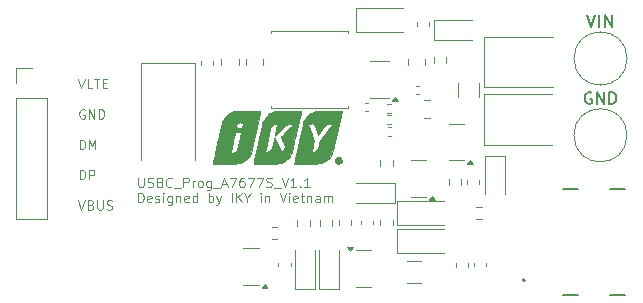
<source format=gbr>
G04 #@! TF.GenerationSoftware,KiCad,Pcbnew,8.0.8*
G04 #@! TF.CreationDate,2025-07-16T13:43:26+07:00*
G04 #@! TF.ProjectId,USBC_Prog_A7677S_V1.1,55534243-5f50-4726-9f67-5f4137363737,rev?*
G04 #@! TF.SameCoordinates,Original*
G04 #@! TF.FileFunction,Legend,Top*
G04 #@! TF.FilePolarity,Positive*
%FSLAX46Y46*%
G04 Gerber Fmt 4.6, Leading zero omitted, Abs format (unit mm)*
G04 Created by KiCad (PCBNEW 8.0.8) date 2025-07-16 13:43:26*
%MOMM*%
%LPD*%
G01*
G04 APERTURE LIST*
%ADD10C,0.100000*%
%ADD11C,0.150000*%
%ADD12C,0.120000*%
%ADD13C,0.200000*%
%ADD14C,0.010000*%
G04 APERTURE END LIST*
D10*
X92256265Y-82908940D02*
X92256265Y-83556559D01*
X92256265Y-83556559D02*
X92294360Y-83632749D01*
X92294360Y-83632749D02*
X92332455Y-83670845D01*
X92332455Y-83670845D02*
X92408646Y-83708940D01*
X92408646Y-83708940D02*
X92561027Y-83708940D01*
X92561027Y-83708940D02*
X92637217Y-83670845D01*
X92637217Y-83670845D02*
X92675312Y-83632749D01*
X92675312Y-83632749D02*
X92713408Y-83556559D01*
X92713408Y-83556559D02*
X92713408Y-82908940D01*
X93056264Y-83670845D02*
X93170550Y-83708940D01*
X93170550Y-83708940D02*
X93361026Y-83708940D01*
X93361026Y-83708940D02*
X93437217Y-83670845D01*
X93437217Y-83670845D02*
X93475312Y-83632749D01*
X93475312Y-83632749D02*
X93513407Y-83556559D01*
X93513407Y-83556559D02*
X93513407Y-83480368D01*
X93513407Y-83480368D02*
X93475312Y-83404178D01*
X93475312Y-83404178D02*
X93437217Y-83366083D01*
X93437217Y-83366083D02*
X93361026Y-83327987D01*
X93361026Y-83327987D02*
X93208645Y-83289892D01*
X93208645Y-83289892D02*
X93132455Y-83251797D01*
X93132455Y-83251797D02*
X93094360Y-83213702D01*
X93094360Y-83213702D02*
X93056264Y-83137511D01*
X93056264Y-83137511D02*
X93056264Y-83061321D01*
X93056264Y-83061321D02*
X93094360Y-82985130D01*
X93094360Y-82985130D02*
X93132455Y-82947035D01*
X93132455Y-82947035D02*
X93208645Y-82908940D01*
X93208645Y-82908940D02*
X93399122Y-82908940D01*
X93399122Y-82908940D02*
X93513407Y-82947035D01*
X94122931Y-83289892D02*
X94237217Y-83327987D01*
X94237217Y-83327987D02*
X94275312Y-83366083D01*
X94275312Y-83366083D02*
X94313408Y-83442273D01*
X94313408Y-83442273D02*
X94313408Y-83556559D01*
X94313408Y-83556559D02*
X94275312Y-83632749D01*
X94275312Y-83632749D02*
X94237217Y-83670845D01*
X94237217Y-83670845D02*
X94161027Y-83708940D01*
X94161027Y-83708940D02*
X93856265Y-83708940D01*
X93856265Y-83708940D02*
X93856265Y-82908940D01*
X93856265Y-82908940D02*
X94122931Y-82908940D01*
X94122931Y-82908940D02*
X94199122Y-82947035D01*
X94199122Y-82947035D02*
X94237217Y-82985130D01*
X94237217Y-82985130D02*
X94275312Y-83061321D01*
X94275312Y-83061321D02*
X94275312Y-83137511D01*
X94275312Y-83137511D02*
X94237217Y-83213702D01*
X94237217Y-83213702D02*
X94199122Y-83251797D01*
X94199122Y-83251797D02*
X94122931Y-83289892D01*
X94122931Y-83289892D02*
X93856265Y-83289892D01*
X95113408Y-83632749D02*
X95075312Y-83670845D01*
X95075312Y-83670845D02*
X94961027Y-83708940D01*
X94961027Y-83708940D02*
X94884836Y-83708940D01*
X94884836Y-83708940D02*
X94770550Y-83670845D01*
X94770550Y-83670845D02*
X94694360Y-83594654D01*
X94694360Y-83594654D02*
X94656265Y-83518464D01*
X94656265Y-83518464D02*
X94618169Y-83366083D01*
X94618169Y-83366083D02*
X94618169Y-83251797D01*
X94618169Y-83251797D02*
X94656265Y-83099416D01*
X94656265Y-83099416D02*
X94694360Y-83023225D01*
X94694360Y-83023225D02*
X94770550Y-82947035D01*
X94770550Y-82947035D02*
X94884836Y-82908940D01*
X94884836Y-82908940D02*
X94961027Y-82908940D01*
X94961027Y-82908940D02*
X95075312Y-82947035D01*
X95075312Y-82947035D02*
X95113408Y-82985130D01*
X95265789Y-83785130D02*
X95875312Y-83785130D01*
X96065789Y-83708940D02*
X96065789Y-82908940D01*
X96065789Y-82908940D02*
X96370551Y-82908940D01*
X96370551Y-82908940D02*
X96446741Y-82947035D01*
X96446741Y-82947035D02*
X96484836Y-82985130D01*
X96484836Y-82985130D02*
X96522932Y-83061321D01*
X96522932Y-83061321D02*
X96522932Y-83175606D01*
X96522932Y-83175606D02*
X96484836Y-83251797D01*
X96484836Y-83251797D02*
X96446741Y-83289892D01*
X96446741Y-83289892D02*
X96370551Y-83327987D01*
X96370551Y-83327987D02*
X96065789Y-83327987D01*
X96865789Y-83708940D02*
X96865789Y-83175606D01*
X96865789Y-83327987D02*
X96903884Y-83251797D01*
X96903884Y-83251797D02*
X96941979Y-83213702D01*
X96941979Y-83213702D02*
X97018170Y-83175606D01*
X97018170Y-83175606D02*
X97094360Y-83175606D01*
X97475312Y-83708940D02*
X97399122Y-83670845D01*
X97399122Y-83670845D02*
X97361027Y-83632749D01*
X97361027Y-83632749D02*
X97322931Y-83556559D01*
X97322931Y-83556559D02*
X97322931Y-83327987D01*
X97322931Y-83327987D02*
X97361027Y-83251797D01*
X97361027Y-83251797D02*
X97399122Y-83213702D01*
X97399122Y-83213702D02*
X97475312Y-83175606D01*
X97475312Y-83175606D02*
X97589598Y-83175606D01*
X97589598Y-83175606D02*
X97665789Y-83213702D01*
X97665789Y-83213702D02*
X97703884Y-83251797D01*
X97703884Y-83251797D02*
X97741979Y-83327987D01*
X97741979Y-83327987D02*
X97741979Y-83556559D01*
X97741979Y-83556559D02*
X97703884Y-83632749D01*
X97703884Y-83632749D02*
X97665789Y-83670845D01*
X97665789Y-83670845D02*
X97589598Y-83708940D01*
X97589598Y-83708940D02*
X97475312Y-83708940D01*
X98427694Y-83175606D02*
X98427694Y-83823225D01*
X98427694Y-83823225D02*
X98389599Y-83899416D01*
X98389599Y-83899416D02*
X98351503Y-83937511D01*
X98351503Y-83937511D02*
X98275313Y-83975606D01*
X98275313Y-83975606D02*
X98161027Y-83975606D01*
X98161027Y-83975606D02*
X98084837Y-83937511D01*
X98427694Y-83670845D02*
X98351503Y-83708940D01*
X98351503Y-83708940D02*
X98199122Y-83708940D01*
X98199122Y-83708940D02*
X98122932Y-83670845D01*
X98122932Y-83670845D02*
X98084837Y-83632749D01*
X98084837Y-83632749D02*
X98046741Y-83556559D01*
X98046741Y-83556559D02*
X98046741Y-83327987D01*
X98046741Y-83327987D02*
X98084837Y-83251797D01*
X98084837Y-83251797D02*
X98122932Y-83213702D01*
X98122932Y-83213702D02*
X98199122Y-83175606D01*
X98199122Y-83175606D02*
X98351503Y-83175606D01*
X98351503Y-83175606D02*
X98427694Y-83213702D01*
X98618171Y-83785130D02*
X99227694Y-83785130D01*
X99380075Y-83480368D02*
X99761028Y-83480368D01*
X99303885Y-83708940D02*
X99570552Y-82908940D01*
X99570552Y-82908940D02*
X99837218Y-83708940D01*
X100027694Y-82908940D02*
X100561028Y-82908940D01*
X100561028Y-82908940D02*
X100218170Y-83708940D01*
X101208647Y-82908940D02*
X101056266Y-82908940D01*
X101056266Y-82908940D02*
X100980075Y-82947035D01*
X100980075Y-82947035D02*
X100941980Y-82985130D01*
X100941980Y-82985130D02*
X100865790Y-83099416D01*
X100865790Y-83099416D02*
X100827694Y-83251797D01*
X100827694Y-83251797D02*
X100827694Y-83556559D01*
X100827694Y-83556559D02*
X100865790Y-83632749D01*
X100865790Y-83632749D02*
X100903885Y-83670845D01*
X100903885Y-83670845D02*
X100980075Y-83708940D01*
X100980075Y-83708940D02*
X101132456Y-83708940D01*
X101132456Y-83708940D02*
X101208647Y-83670845D01*
X101208647Y-83670845D02*
X101246742Y-83632749D01*
X101246742Y-83632749D02*
X101284837Y-83556559D01*
X101284837Y-83556559D02*
X101284837Y-83366083D01*
X101284837Y-83366083D02*
X101246742Y-83289892D01*
X101246742Y-83289892D02*
X101208647Y-83251797D01*
X101208647Y-83251797D02*
X101132456Y-83213702D01*
X101132456Y-83213702D02*
X100980075Y-83213702D01*
X100980075Y-83213702D02*
X100903885Y-83251797D01*
X100903885Y-83251797D02*
X100865790Y-83289892D01*
X100865790Y-83289892D02*
X100827694Y-83366083D01*
X101551504Y-82908940D02*
X102084838Y-82908940D01*
X102084838Y-82908940D02*
X101741980Y-83708940D01*
X102313409Y-82908940D02*
X102846743Y-82908940D01*
X102846743Y-82908940D02*
X102503885Y-83708940D01*
X103113409Y-83670845D02*
X103227695Y-83708940D01*
X103227695Y-83708940D02*
X103418171Y-83708940D01*
X103418171Y-83708940D02*
X103494362Y-83670845D01*
X103494362Y-83670845D02*
X103532457Y-83632749D01*
X103532457Y-83632749D02*
X103570552Y-83556559D01*
X103570552Y-83556559D02*
X103570552Y-83480368D01*
X103570552Y-83480368D02*
X103532457Y-83404178D01*
X103532457Y-83404178D02*
X103494362Y-83366083D01*
X103494362Y-83366083D02*
X103418171Y-83327987D01*
X103418171Y-83327987D02*
X103265790Y-83289892D01*
X103265790Y-83289892D02*
X103189600Y-83251797D01*
X103189600Y-83251797D02*
X103151505Y-83213702D01*
X103151505Y-83213702D02*
X103113409Y-83137511D01*
X103113409Y-83137511D02*
X103113409Y-83061321D01*
X103113409Y-83061321D02*
X103151505Y-82985130D01*
X103151505Y-82985130D02*
X103189600Y-82947035D01*
X103189600Y-82947035D02*
X103265790Y-82908940D01*
X103265790Y-82908940D02*
X103456267Y-82908940D01*
X103456267Y-82908940D02*
X103570552Y-82947035D01*
X103722934Y-83785130D02*
X104332457Y-83785130D01*
X104408648Y-82908940D02*
X104675315Y-83708940D01*
X104675315Y-83708940D02*
X104941981Y-82908940D01*
X105627695Y-83708940D02*
X105170552Y-83708940D01*
X105399124Y-83708940D02*
X105399124Y-82908940D01*
X105399124Y-82908940D02*
X105322933Y-83023225D01*
X105322933Y-83023225D02*
X105246743Y-83099416D01*
X105246743Y-83099416D02*
X105170552Y-83137511D01*
X105970553Y-83632749D02*
X106008648Y-83670845D01*
X106008648Y-83670845D02*
X105970553Y-83708940D01*
X105970553Y-83708940D02*
X105932457Y-83670845D01*
X105932457Y-83670845D02*
X105970553Y-83632749D01*
X105970553Y-83632749D02*
X105970553Y-83708940D01*
X106770552Y-83708940D02*
X106313409Y-83708940D01*
X106541981Y-83708940D02*
X106541981Y-82908940D01*
X106541981Y-82908940D02*
X106465790Y-83023225D01*
X106465790Y-83023225D02*
X106389600Y-83099416D01*
X106389600Y-83099416D02*
X106313409Y-83137511D01*
X92256265Y-84996895D02*
X92256265Y-84196895D01*
X92256265Y-84196895D02*
X92446741Y-84196895D01*
X92446741Y-84196895D02*
X92561027Y-84234990D01*
X92561027Y-84234990D02*
X92637217Y-84311180D01*
X92637217Y-84311180D02*
X92675312Y-84387371D01*
X92675312Y-84387371D02*
X92713408Y-84539752D01*
X92713408Y-84539752D02*
X92713408Y-84654038D01*
X92713408Y-84654038D02*
X92675312Y-84806419D01*
X92675312Y-84806419D02*
X92637217Y-84882609D01*
X92637217Y-84882609D02*
X92561027Y-84958800D01*
X92561027Y-84958800D02*
X92446741Y-84996895D01*
X92446741Y-84996895D02*
X92256265Y-84996895D01*
X93361027Y-84958800D02*
X93284836Y-84996895D01*
X93284836Y-84996895D02*
X93132455Y-84996895D01*
X93132455Y-84996895D02*
X93056265Y-84958800D01*
X93056265Y-84958800D02*
X93018169Y-84882609D01*
X93018169Y-84882609D02*
X93018169Y-84577847D01*
X93018169Y-84577847D02*
X93056265Y-84501657D01*
X93056265Y-84501657D02*
X93132455Y-84463561D01*
X93132455Y-84463561D02*
X93284836Y-84463561D01*
X93284836Y-84463561D02*
X93361027Y-84501657D01*
X93361027Y-84501657D02*
X93399122Y-84577847D01*
X93399122Y-84577847D02*
X93399122Y-84654038D01*
X93399122Y-84654038D02*
X93018169Y-84730228D01*
X93703883Y-84958800D02*
X93780074Y-84996895D01*
X93780074Y-84996895D02*
X93932455Y-84996895D01*
X93932455Y-84996895D02*
X94008645Y-84958800D01*
X94008645Y-84958800D02*
X94046741Y-84882609D01*
X94046741Y-84882609D02*
X94046741Y-84844514D01*
X94046741Y-84844514D02*
X94008645Y-84768323D01*
X94008645Y-84768323D02*
X93932455Y-84730228D01*
X93932455Y-84730228D02*
X93818169Y-84730228D01*
X93818169Y-84730228D02*
X93741979Y-84692133D01*
X93741979Y-84692133D02*
X93703883Y-84615942D01*
X93703883Y-84615942D02*
X93703883Y-84577847D01*
X93703883Y-84577847D02*
X93741979Y-84501657D01*
X93741979Y-84501657D02*
X93818169Y-84463561D01*
X93818169Y-84463561D02*
X93932455Y-84463561D01*
X93932455Y-84463561D02*
X94008645Y-84501657D01*
X94389598Y-84996895D02*
X94389598Y-84463561D01*
X94389598Y-84196895D02*
X94351502Y-84234990D01*
X94351502Y-84234990D02*
X94389598Y-84273085D01*
X94389598Y-84273085D02*
X94427693Y-84234990D01*
X94427693Y-84234990D02*
X94389598Y-84196895D01*
X94389598Y-84196895D02*
X94389598Y-84273085D01*
X95113407Y-84463561D02*
X95113407Y-85111180D01*
X95113407Y-85111180D02*
X95075312Y-85187371D01*
X95075312Y-85187371D02*
X95037216Y-85225466D01*
X95037216Y-85225466D02*
X94961026Y-85263561D01*
X94961026Y-85263561D02*
X94846740Y-85263561D01*
X94846740Y-85263561D02*
X94770550Y-85225466D01*
X95113407Y-84958800D02*
X95037216Y-84996895D01*
X95037216Y-84996895D02*
X94884835Y-84996895D01*
X94884835Y-84996895D02*
X94808645Y-84958800D01*
X94808645Y-84958800D02*
X94770550Y-84920704D01*
X94770550Y-84920704D02*
X94732454Y-84844514D01*
X94732454Y-84844514D02*
X94732454Y-84615942D01*
X94732454Y-84615942D02*
X94770550Y-84539752D01*
X94770550Y-84539752D02*
X94808645Y-84501657D01*
X94808645Y-84501657D02*
X94884835Y-84463561D01*
X94884835Y-84463561D02*
X95037216Y-84463561D01*
X95037216Y-84463561D02*
X95113407Y-84501657D01*
X95494360Y-84463561D02*
X95494360Y-84996895D01*
X95494360Y-84539752D02*
X95532455Y-84501657D01*
X95532455Y-84501657D02*
X95608645Y-84463561D01*
X95608645Y-84463561D02*
X95722931Y-84463561D01*
X95722931Y-84463561D02*
X95799122Y-84501657D01*
X95799122Y-84501657D02*
X95837217Y-84577847D01*
X95837217Y-84577847D02*
X95837217Y-84996895D01*
X96522932Y-84958800D02*
X96446741Y-84996895D01*
X96446741Y-84996895D02*
X96294360Y-84996895D01*
X96294360Y-84996895D02*
X96218170Y-84958800D01*
X96218170Y-84958800D02*
X96180074Y-84882609D01*
X96180074Y-84882609D02*
X96180074Y-84577847D01*
X96180074Y-84577847D02*
X96218170Y-84501657D01*
X96218170Y-84501657D02*
X96294360Y-84463561D01*
X96294360Y-84463561D02*
X96446741Y-84463561D01*
X96446741Y-84463561D02*
X96522932Y-84501657D01*
X96522932Y-84501657D02*
X96561027Y-84577847D01*
X96561027Y-84577847D02*
X96561027Y-84654038D01*
X96561027Y-84654038D02*
X96180074Y-84730228D01*
X97246741Y-84996895D02*
X97246741Y-84196895D01*
X97246741Y-84958800D02*
X97170550Y-84996895D01*
X97170550Y-84996895D02*
X97018169Y-84996895D01*
X97018169Y-84996895D02*
X96941979Y-84958800D01*
X96941979Y-84958800D02*
X96903884Y-84920704D01*
X96903884Y-84920704D02*
X96865788Y-84844514D01*
X96865788Y-84844514D02*
X96865788Y-84615942D01*
X96865788Y-84615942D02*
X96903884Y-84539752D01*
X96903884Y-84539752D02*
X96941979Y-84501657D01*
X96941979Y-84501657D02*
X97018169Y-84463561D01*
X97018169Y-84463561D02*
X97170550Y-84463561D01*
X97170550Y-84463561D02*
X97246741Y-84501657D01*
X98237218Y-84996895D02*
X98237218Y-84196895D01*
X98237218Y-84501657D02*
X98313408Y-84463561D01*
X98313408Y-84463561D02*
X98465789Y-84463561D01*
X98465789Y-84463561D02*
X98541980Y-84501657D01*
X98541980Y-84501657D02*
X98580075Y-84539752D01*
X98580075Y-84539752D02*
X98618170Y-84615942D01*
X98618170Y-84615942D02*
X98618170Y-84844514D01*
X98618170Y-84844514D02*
X98580075Y-84920704D01*
X98580075Y-84920704D02*
X98541980Y-84958800D01*
X98541980Y-84958800D02*
X98465789Y-84996895D01*
X98465789Y-84996895D02*
X98313408Y-84996895D01*
X98313408Y-84996895D02*
X98237218Y-84958800D01*
X98884837Y-84463561D02*
X99075313Y-84996895D01*
X99265790Y-84463561D02*
X99075313Y-84996895D01*
X99075313Y-84996895D02*
X98999123Y-85187371D01*
X98999123Y-85187371D02*
X98961028Y-85225466D01*
X98961028Y-85225466D02*
X98884837Y-85263561D01*
X100180076Y-84996895D02*
X100180076Y-84196895D01*
X100561028Y-84996895D02*
X100561028Y-84196895D01*
X101018171Y-84996895D02*
X100675313Y-84539752D01*
X101018171Y-84196895D02*
X100561028Y-84654038D01*
X101513409Y-84615942D02*
X101513409Y-84996895D01*
X101246742Y-84196895D02*
X101513409Y-84615942D01*
X101513409Y-84615942D02*
X101780075Y-84196895D01*
X102656266Y-84996895D02*
X102656266Y-84463561D01*
X102656266Y-84196895D02*
X102618170Y-84234990D01*
X102618170Y-84234990D02*
X102656266Y-84273085D01*
X102656266Y-84273085D02*
X102694361Y-84234990D01*
X102694361Y-84234990D02*
X102656266Y-84196895D01*
X102656266Y-84196895D02*
X102656266Y-84273085D01*
X103037218Y-84463561D02*
X103037218Y-84996895D01*
X103037218Y-84539752D02*
X103075313Y-84501657D01*
X103075313Y-84501657D02*
X103151503Y-84463561D01*
X103151503Y-84463561D02*
X103265789Y-84463561D01*
X103265789Y-84463561D02*
X103341980Y-84501657D01*
X103341980Y-84501657D02*
X103380075Y-84577847D01*
X103380075Y-84577847D02*
X103380075Y-84996895D01*
X104256266Y-84196895D02*
X104522933Y-84996895D01*
X104522933Y-84996895D02*
X104789599Y-84196895D01*
X105056266Y-84996895D02*
X105056266Y-84463561D01*
X105056266Y-84196895D02*
X105018170Y-84234990D01*
X105018170Y-84234990D02*
X105056266Y-84273085D01*
X105056266Y-84273085D02*
X105094361Y-84234990D01*
X105094361Y-84234990D02*
X105056266Y-84196895D01*
X105056266Y-84196895D02*
X105056266Y-84273085D01*
X105741980Y-84958800D02*
X105665789Y-84996895D01*
X105665789Y-84996895D02*
X105513408Y-84996895D01*
X105513408Y-84996895D02*
X105437218Y-84958800D01*
X105437218Y-84958800D02*
X105399122Y-84882609D01*
X105399122Y-84882609D02*
X105399122Y-84577847D01*
X105399122Y-84577847D02*
X105437218Y-84501657D01*
X105437218Y-84501657D02*
X105513408Y-84463561D01*
X105513408Y-84463561D02*
X105665789Y-84463561D01*
X105665789Y-84463561D02*
X105741980Y-84501657D01*
X105741980Y-84501657D02*
X105780075Y-84577847D01*
X105780075Y-84577847D02*
X105780075Y-84654038D01*
X105780075Y-84654038D02*
X105399122Y-84730228D01*
X106008646Y-84463561D02*
X106313408Y-84463561D01*
X106122932Y-84196895D02*
X106122932Y-84882609D01*
X106122932Y-84882609D02*
X106161027Y-84958800D01*
X106161027Y-84958800D02*
X106237217Y-84996895D01*
X106237217Y-84996895D02*
X106313408Y-84996895D01*
X106580075Y-84463561D02*
X106580075Y-84996895D01*
X106580075Y-84539752D02*
X106618170Y-84501657D01*
X106618170Y-84501657D02*
X106694360Y-84463561D01*
X106694360Y-84463561D02*
X106808646Y-84463561D01*
X106808646Y-84463561D02*
X106884837Y-84501657D01*
X106884837Y-84501657D02*
X106922932Y-84577847D01*
X106922932Y-84577847D02*
X106922932Y-84996895D01*
X107646742Y-84996895D02*
X107646742Y-84577847D01*
X107646742Y-84577847D02*
X107608647Y-84501657D01*
X107608647Y-84501657D02*
X107532456Y-84463561D01*
X107532456Y-84463561D02*
X107380075Y-84463561D01*
X107380075Y-84463561D02*
X107303885Y-84501657D01*
X107646742Y-84958800D02*
X107570551Y-84996895D01*
X107570551Y-84996895D02*
X107380075Y-84996895D01*
X107380075Y-84996895D02*
X107303885Y-84958800D01*
X107303885Y-84958800D02*
X107265789Y-84882609D01*
X107265789Y-84882609D02*
X107265789Y-84806419D01*
X107265789Y-84806419D02*
X107303885Y-84730228D01*
X107303885Y-84730228D02*
X107380075Y-84692133D01*
X107380075Y-84692133D02*
X107570551Y-84692133D01*
X107570551Y-84692133D02*
X107646742Y-84654038D01*
X108027695Y-84996895D02*
X108027695Y-84463561D01*
X108027695Y-84539752D02*
X108065790Y-84501657D01*
X108065790Y-84501657D02*
X108141980Y-84463561D01*
X108141980Y-84463561D02*
X108256266Y-84463561D01*
X108256266Y-84463561D02*
X108332457Y-84501657D01*
X108332457Y-84501657D02*
X108370552Y-84577847D01*
X108370552Y-84577847D02*
X108370552Y-84996895D01*
X108370552Y-84577847D02*
X108408647Y-84501657D01*
X108408647Y-84501657D02*
X108484838Y-84463561D01*
X108484838Y-84463561D02*
X108599123Y-84463561D01*
X108599123Y-84463561D02*
X108675314Y-84501657D01*
X108675314Y-84501657D02*
X108713409Y-84577847D01*
X108713409Y-84577847D02*
X108713409Y-84996895D01*
X87191979Y-74543255D02*
X87458646Y-75343255D01*
X87458646Y-75343255D02*
X87725312Y-74543255D01*
X88372931Y-75343255D02*
X87991979Y-75343255D01*
X87991979Y-75343255D02*
X87991979Y-74543255D01*
X88525312Y-74543255D02*
X88982455Y-74543255D01*
X88753883Y-75343255D02*
X88753883Y-74543255D01*
X89249122Y-74924207D02*
X89515788Y-74924207D01*
X89630074Y-75343255D02*
X89249122Y-75343255D01*
X89249122Y-75343255D02*
X89249122Y-74543255D01*
X89249122Y-74543255D02*
X89630074Y-74543255D01*
X87725312Y-77157260D02*
X87649122Y-77119165D01*
X87649122Y-77119165D02*
X87534836Y-77119165D01*
X87534836Y-77119165D02*
X87420550Y-77157260D01*
X87420550Y-77157260D02*
X87344360Y-77233450D01*
X87344360Y-77233450D02*
X87306265Y-77309641D01*
X87306265Y-77309641D02*
X87268169Y-77462022D01*
X87268169Y-77462022D02*
X87268169Y-77576308D01*
X87268169Y-77576308D02*
X87306265Y-77728689D01*
X87306265Y-77728689D02*
X87344360Y-77804879D01*
X87344360Y-77804879D02*
X87420550Y-77881070D01*
X87420550Y-77881070D02*
X87534836Y-77919165D01*
X87534836Y-77919165D02*
X87611027Y-77919165D01*
X87611027Y-77919165D02*
X87725312Y-77881070D01*
X87725312Y-77881070D02*
X87763408Y-77842974D01*
X87763408Y-77842974D02*
X87763408Y-77576308D01*
X87763408Y-77576308D02*
X87611027Y-77576308D01*
X88106265Y-77919165D02*
X88106265Y-77119165D01*
X88106265Y-77119165D02*
X88563408Y-77919165D01*
X88563408Y-77919165D02*
X88563408Y-77119165D01*
X88944360Y-77919165D02*
X88944360Y-77119165D01*
X88944360Y-77119165D02*
X89134836Y-77119165D01*
X89134836Y-77119165D02*
X89249122Y-77157260D01*
X89249122Y-77157260D02*
X89325312Y-77233450D01*
X89325312Y-77233450D02*
X89363407Y-77309641D01*
X89363407Y-77309641D02*
X89401503Y-77462022D01*
X89401503Y-77462022D02*
X89401503Y-77576308D01*
X89401503Y-77576308D02*
X89363407Y-77728689D01*
X89363407Y-77728689D02*
X89325312Y-77804879D01*
X89325312Y-77804879D02*
X89249122Y-77881070D01*
X89249122Y-77881070D02*
X89134836Y-77919165D01*
X89134836Y-77919165D02*
X88944360Y-77919165D01*
X87306265Y-80495075D02*
X87306265Y-79695075D01*
X87306265Y-79695075D02*
X87496741Y-79695075D01*
X87496741Y-79695075D02*
X87611027Y-79733170D01*
X87611027Y-79733170D02*
X87687217Y-79809360D01*
X87687217Y-79809360D02*
X87725312Y-79885551D01*
X87725312Y-79885551D02*
X87763408Y-80037932D01*
X87763408Y-80037932D02*
X87763408Y-80152218D01*
X87763408Y-80152218D02*
X87725312Y-80304599D01*
X87725312Y-80304599D02*
X87687217Y-80380789D01*
X87687217Y-80380789D02*
X87611027Y-80456980D01*
X87611027Y-80456980D02*
X87496741Y-80495075D01*
X87496741Y-80495075D02*
X87306265Y-80495075D01*
X88106265Y-80495075D02*
X88106265Y-79695075D01*
X88106265Y-79695075D02*
X88372931Y-80266503D01*
X88372931Y-80266503D02*
X88639598Y-79695075D01*
X88639598Y-79695075D02*
X88639598Y-80495075D01*
X87306265Y-83070985D02*
X87306265Y-82270985D01*
X87306265Y-82270985D02*
X87496741Y-82270985D01*
X87496741Y-82270985D02*
X87611027Y-82309080D01*
X87611027Y-82309080D02*
X87687217Y-82385270D01*
X87687217Y-82385270D02*
X87725312Y-82461461D01*
X87725312Y-82461461D02*
X87763408Y-82613842D01*
X87763408Y-82613842D02*
X87763408Y-82728128D01*
X87763408Y-82728128D02*
X87725312Y-82880509D01*
X87725312Y-82880509D02*
X87687217Y-82956699D01*
X87687217Y-82956699D02*
X87611027Y-83032890D01*
X87611027Y-83032890D02*
X87496741Y-83070985D01*
X87496741Y-83070985D02*
X87306265Y-83070985D01*
X88106265Y-83070985D02*
X88106265Y-82270985D01*
X88106265Y-82270985D02*
X88411027Y-82270985D01*
X88411027Y-82270985D02*
X88487217Y-82309080D01*
X88487217Y-82309080D02*
X88525312Y-82347175D01*
X88525312Y-82347175D02*
X88563408Y-82423366D01*
X88563408Y-82423366D02*
X88563408Y-82537651D01*
X88563408Y-82537651D02*
X88525312Y-82613842D01*
X88525312Y-82613842D02*
X88487217Y-82651937D01*
X88487217Y-82651937D02*
X88411027Y-82690032D01*
X88411027Y-82690032D02*
X88106265Y-82690032D01*
X87191979Y-84846895D02*
X87458646Y-85646895D01*
X87458646Y-85646895D02*
X87725312Y-84846895D01*
X88258645Y-85227847D02*
X88372931Y-85265942D01*
X88372931Y-85265942D02*
X88411026Y-85304038D01*
X88411026Y-85304038D02*
X88449122Y-85380228D01*
X88449122Y-85380228D02*
X88449122Y-85494514D01*
X88449122Y-85494514D02*
X88411026Y-85570704D01*
X88411026Y-85570704D02*
X88372931Y-85608800D01*
X88372931Y-85608800D02*
X88296741Y-85646895D01*
X88296741Y-85646895D02*
X87991979Y-85646895D01*
X87991979Y-85646895D02*
X87991979Y-84846895D01*
X87991979Y-84846895D02*
X88258645Y-84846895D01*
X88258645Y-84846895D02*
X88334836Y-84884990D01*
X88334836Y-84884990D02*
X88372931Y-84923085D01*
X88372931Y-84923085D02*
X88411026Y-84999276D01*
X88411026Y-84999276D02*
X88411026Y-85075466D01*
X88411026Y-85075466D02*
X88372931Y-85151657D01*
X88372931Y-85151657D02*
X88334836Y-85189752D01*
X88334836Y-85189752D02*
X88258645Y-85227847D01*
X88258645Y-85227847D02*
X87991979Y-85227847D01*
X88791979Y-84846895D02*
X88791979Y-85494514D01*
X88791979Y-85494514D02*
X88830074Y-85570704D01*
X88830074Y-85570704D02*
X88868169Y-85608800D01*
X88868169Y-85608800D02*
X88944360Y-85646895D01*
X88944360Y-85646895D02*
X89096741Y-85646895D01*
X89096741Y-85646895D02*
X89172931Y-85608800D01*
X89172931Y-85608800D02*
X89211026Y-85570704D01*
X89211026Y-85570704D02*
X89249122Y-85494514D01*
X89249122Y-85494514D02*
X89249122Y-84846895D01*
X89591978Y-85608800D02*
X89706264Y-85646895D01*
X89706264Y-85646895D02*
X89896740Y-85646895D01*
X89896740Y-85646895D02*
X89972931Y-85608800D01*
X89972931Y-85608800D02*
X90011026Y-85570704D01*
X90011026Y-85570704D02*
X90049121Y-85494514D01*
X90049121Y-85494514D02*
X90049121Y-85418323D01*
X90049121Y-85418323D02*
X90011026Y-85342133D01*
X90011026Y-85342133D02*
X89972931Y-85304038D01*
X89972931Y-85304038D02*
X89896740Y-85265942D01*
X89896740Y-85265942D02*
X89744359Y-85227847D01*
X89744359Y-85227847D02*
X89668169Y-85189752D01*
X89668169Y-85189752D02*
X89630074Y-85151657D01*
X89630074Y-85151657D02*
X89591978Y-85075466D01*
X89591978Y-85075466D02*
X89591978Y-84999276D01*
X89591978Y-84999276D02*
X89630074Y-84923085D01*
X89630074Y-84923085D02*
X89668169Y-84884990D01*
X89668169Y-84884990D02*
X89744359Y-84846895D01*
X89744359Y-84846895D02*
X89934836Y-84846895D01*
X89934836Y-84846895D02*
X90049121Y-84884990D01*
D11*
X130638095Y-75732438D02*
X130542857Y-75684819D01*
X130542857Y-75684819D02*
X130400000Y-75684819D01*
X130400000Y-75684819D02*
X130257143Y-75732438D01*
X130257143Y-75732438D02*
X130161905Y-75827676D01*
X130161905Y-75827676D02*
X130114286Y-75922914D01*
X130114286Y-75922914D02*
X130066667Y-76113390D01*
X130066667Y-76113390D02*
X130066667Y-76256247D01*
X130066667Y-76256247D02*
X130114286Y-76446723D01*
X130114286Y-76446723D02*
X130161905Y-76541961D01*
X130161905Y-76541961D02*
X130257143Y-76637200D01*
X130257143Y-76637200D02*
X130400000Y-76684819D01*
X130400000Y-76684819D02*
X130495238Y-76684819D01*
X130495238Y-76684819D02*
X130638095Y-76637200D01*
X130638095Y-76637200D02*
X130685714Y-76589580D01*
X130685714Y-76589580D02*
X130685714Y-76256247D01*
X130685714Y-76256247D02*
X130495238Y-76256247D01*
X131114286Y-76684819D02*
X131114286Y-75684819D01*
X131114286Y-75684819D02*
X131685714Y-76684819D01*
X131685714Y-76684819D02*
X131685714Y-75684819D01*
X132161905Y-76684819D02*
X132161905Y-75684819D01*
X132161905Y-75684819D02*
X132400000Y-75684819D01*
X132400000Y-75684819D02*
X132542857Y-75732438D01*
X132542857Y-75732438D02*
X132638095Y-75827676D01*
X132638095Y-75827676D02*
X132685714Y-75922914D01*
X132685714Y-75922914D02*
X132733333Y-76113390D01*
X132733333Y-76113390D02*
X132733333Y-76256247D01*
X132733333Y-76256247D02*
X132685714Y-76446723D01*
X132685714Y-76446723D02*
X132638095Y-76541961D01*
X132638095Y-76541961D02*
X132542857Y-76637200D01*
X132542857Y-76637200D02*
X132400000Y-76684819D01*
X132400000Y-76684819D02*
X132161905Y-76684819D01*
X130304762Y-69184819D02*
X130638095Y-70184819D01*
X130638095Y-70184819D02*
X130971428Y-69184819D01*
X131304762Y-70184819D02*
X131304762Y-69184819D01*
X131780952Y-70184819D02*
X131780952Y-69184819D01*
X131780952Y-69184819D02*
X132352380Y-70184819D01*
X132352380Y-70184819D02*
X132352380Y-69184819D01*
D12*
G04 #@! TO.C,R40*
X118552500Y-83537258D02*
X118552500Y-83062742D01*
X119597500Y-83537258D02*
X119597500Y-83062742D01*
G04 #@! TO.C,R4*
X105727500Y-86987258D02*
X105727500Y-86512742D01*
X106772500Y-86987258D02*
X106772500Y-86512742D01*
G04 #@! TO.C,C41*
X120690000Y-90440580D02*
X120690000Y-90159420D01*
X121710000Y-90440580D02*
X121710000Y-90159420D01*
G04 #@! TO.C,C40*
X99315000Y-73411252D02*
X99315000Y-72888748D01*
X100785000Y-73411252D02*
X100785000Y-72888748D01*
G04 #@! TO.C,C37*
X111682836Y-76590000D02*
X111467164Y-76590000D01*
X111682836Y-77310000D02*
X111467164Y-77310000D01*
G04 #@! TO.C,C36*
X116007836Y-75140000D02*
X115792164Y-75140000D01*
X116007836Y-75860000D02*
X115792164Y-75860000D01*
G04 #@! TO.C,D4*
X107550000Y-92310000D02*
X107550000Y-89050000D01*
X107550000Y-92310000D02*
X109250000Y-92310000D01*
X109250000Y-92310000D02*
X109250000Y-89050000D01*
G04 #@! TO.C,C1*
X119130000Y-90455580D02*
X119130000Y-90174420D01*
X120150000Y-90455580D02*
X120150000Y-90174420D01*
G04 #@! TO.C,F2*
X119300000Y-74917936D02*
X119300000Y-76122064D01*
X121120000Y-74917936D02*
X121120000Y-76122064D01*
G04 #@! TO.C,C34*
X115065000Y-73411252D02*
X115065000Y-72888748D01*
X116535000Y-73411252D02*
X116535000Y-72888748D01*
G04 #@! TO.C,R26*
X113678641Y-76645000D02*
X113371359Y-76645000D01*
X113678641Y-77405000D02*
X113371359Y-77405000D01*
G04 #@! TO.C,Q2*
X101800000Y-88865000D02*
X101150000Y-88865000D01*
X101800000Y-88865000D02*
X102450000Y-88865000D01*
X101800000Y-91985000D02*
X101150000Y-91985000D01*
X101800000Y-91985000D02*
X102450000Y-91985000D01*
X103202500Y-92265000D02*
X102722500Y-92265000D01*
X102962500Y-91935000D01*
X103202500Y-92265000D01*
G36*
X103202500Y-92265000D02*
G01*
X102722500Y-92265000D01*
X102962500Y-91935000D01*
X103202500Y-92265000D01*
G37*
G04 #@! TO.C,C39*
X101365000Y-73411252D02*
X101365000Y-72888748D01*
X102835000Y-73411252D02*
X102835000Y-72888748D01*
G04 #@! TO.C,R29*
X113371359Y-77645000D02*
X113678641Y-77645000D01*
X113371359Y-78405000D02*
X113678641Y-78405000D01*
G04 #@! TO.C,L1*
X103516094Y-70514164D02*
X103516094Y-70664164D01*
X103516094Y-70514164D02*
X110036094Y-70514164D01*
X103516094Y-77034164D02*
X103516094Y-76884164D01*
X103516094Y-77034164D02*
X110036094Y-77034164D01*
X110036094Y-70514164D02*
X110036094Y-70664164D01*
X110036094Y-77034164D02*
X110036094Y-76884164D01*
G04 #@! TO.C,J3*
X81920000Y-73595000D02*
X83250000Y-73595000D01*
X81920000Y-74925000D02*
X81920000Y-73595000D01*
X81920000Y-76195000D02*
X81920000Y-86415000D01*
X81920000Y-76195000D02*
X84580000Y-76195000D01*
X81920000Y-86415000D02*
X84580000Y-86415000D01*
X84580000Y-76195000D02*
X84580000Y-86415000D01*
G04 #@! TO.C,C29*
X120140000Y-83159420D02*
X120140000Y-83440580D01*
X121160000Y-83159420D02*
X121160000Y-83440580D01*
G04 #@! TO.C,C38*
X113417164Y-78665000D02*
X113632836Y-78665000D01*
X113417164Y-79385000D02*
X113632836Y-79385000D01*
G04 #@! TO.C,TP1*
X133650000Y-79330000D02*
G75*
G02*
X129150000Y-79330000I-2250000J0D01*
G01*
X129150000Y-79330000D02*
G75*
G02*
X133650000Y-79330000I2250000J0D01*
G01*
G04 #@! TO.C,Q1*
X111350000Y-89040000D02*
X110700000Y-89040000D01*
X111350000Y-89040000D02*
X112000000Y-89040000D01*
X111350000Y-92160000D02*
X110700000Y-92160000D01*
X111350000Y-92160000D02*
X112000000Y-92160000D01*
X110187500Y-89090000D02*
X109947500Y-88760000D01*
X110427500Y-88760000D01*
X110187500Y-89090000D01*
G36*
X110187500Y-89090000D02*
G01*
X109947500Y-88760000D01*
X110427500Y-88760000D01*
X110187500Y-89090000D01*
G37*
G04 #@! TO.C,U3*
X112700000Y-73040000D02*
X111900000Y-73040000D01*
X112700000Y-73040000D02*
X113500000Y-73040000D01*
X112700000Y-76160000D02*
X111900000Y-76160000D01*
X112700000Y-76160000D02*
X113500000Y-76160000D01*
X114240000Y-76440000D02*
X113760000Y-76440000D01*
X114000000Y-76110000D01*
X114240000Y-76440000D01*
G36*
X114240000Y-76440000D02*
G01*
X113760000Y-76440000D01*
X114000000Y-76110000D01*
X114240000Y-76440000D01*
G37*
G04 #@! TO.C,D5*
X114140000Y-84900000D02*
X114140000Y-86900000D01*
X114140000Y-84900000D02*
X118150000Y-84900000D01*
X114140000Y-86900000D02*
X118150000Y-86900000D01*
G04 #@! TO.C,D8*
X121522500Y-75850000D02*
X121522500Y-80150000D01*
X121522500Y-75850000D02*
X127332500Y-75850000D01*
X121522500Y-80150000D02*
X127332500Y-80150000D01*
G04 #@! TO.C,R30*
X112777500Y-81462742D02*
X112777500Y-81937258D01*
X113822500Y-81462742D02*
X113822500Y-81937258D01*
G04 #@! TO.C,C4*
X92540000Y-73190000D02*
X92540000Y-81425000D01*
X97060000Y-73190000D02*
X92540000Y-73190000D01*
X97060000Y-81425000D02*
X97060000Y-73190000D01*
G04 #@! TO.C,Q12*
X119200000Y-78340000D02*
X118550000Y-78340000D01*
X119200000Y-78340000D02*
X119850000Y-78340000D01*
X119200000Y-81460000D02*
X118550000Y-81460000D01*
X119200000Y-81460000D02*
X119850000Y-81460000D01*
X120602500Y-81740000D02*
X120122500Y-81740000D01*
X120362500Y-81410000D01*
X120602500Y-81740000D01*
G36*
X120602500Y-81740000D02*
G01*
X120122500Y-81740000D01*
X120362500Y-81410000D01*
X120602500Y-81740000D01*
G37*
D13*
G04 #@! TO.C,J1*
X125000000Y-91600000D02*
G75*
G02*
X124800000Y-91600000I-100000J0D01*
G01*
X124800000Y-91600000D02*
G75*
G02*
X125000000Y-91600000I100000J0D01*
G01*
X133500000Y-83880000D02*
X132220000Y-83880000D01*
X132220000Y-92820000D02*
X133500000Y-92820000D01*
X128250000Y-92820000D02*
X129500000Y-92820000D01*
X128250000Y-83880000D02*
X129500000Y-83880000D01*
D12*
G04 #@! TO.C,R43*
X112777500Y-86937258D02*
X112777500Y-86462742D01*
X113822500Y-86937258D02*
X113822500Y-86462742D01*
G04 #@! TO.C,D6*
X121540000Y-70980000D02*
X121540000Y-75280000D01*
X121540000Y-70980000D02*
X127350000Y-70980000D01*
X121540000Y-75280000D02*
X127350000Y-75280000D01*
G04 #@! TO.C,D14*
X121660000Y-81062500D02*
X121660000Y-84322500D01*
X123360000Y-81062500D02*
X121660000Y-81062500D01*
X123360000Y-81062500D02*
X123360000Y-84322500D01*
G04 #@! TO.C,C15*
X116961252Y-76365000D02*
X116438748Y-76365000D01*
X116961252Y-77835000D02*
X116438748Y-77835000D01*
G04 #@! TO.C,D3*
X105550000Y-92310000D02*
X105550000Y-89050000D01*
X105550000Y-92310000D02*
X107250000Y-92310000D01*
X107250000Y-92310000D02*
X107250000Y-89050000D01*
G04 #@! TO.C,C3*
X104140000Y-90390580D02*
X104140000Y-90109420D01*
X105160000Y-90390580D02*
X105160000Y-90109420D01*
G04 #@! TO.C,R3*
X103562742Y-87077500D02*
X104037258Y-87077500D01*
X103562742Y-88122500D02*
X104037258Y-88122500D01*
G04 #@! TO.C,R2*
X117277500Y-72742742D02*
X117277500Y-73217258D01*
X118322500Y-72742742D02*
X118322500Y-73217258D01*
G04 #@! TO.C,D1*
X117282500Y-69600000D02*
X117282500Y-71300000D01*
X117282500Y-69600000D02*
X120542500Y-69600000D01*
X117282500Y-71300000D02*
X120542500Y-71300000D01*
G04 #@! TO.C,C5*
X97540000Y-73340580D02*
X97540000Y-73059420D01*
X98560000Y-73340580D02*
X98560000Y-73059420D01*
G04 #@! TO.C,TP10*
X133650000Y-72830000D02*
G75*
G02*
X129150000Y-72830000I-2250000J0D01*
G01*
X129150000Y-72830000D02*
G75*
G02*
X133650000Y-72830000I2250000J0D01*
G01*
G04 #@! TO.C,R39*
X120862742Y-85377500D02*
X121337258Y-85377500D01*
X120862742Y-86422500D02*
X121337258Y-86422500D01*
G04 #@! TO.C,D2*
X110690000Y-68550000D02*
X110690000Y-70550000D01*
X110690000Y-68550000D02*
X114700000Y-68550000D01*
X110690000Y-70550000D02*
X114700000Y-70550000D01*
G04 #@! TO.C,C2*
X115890000Y-69759420D02*
X115890000Y-70040580D01*
X116910000Y-69759420D02*
X116910000Y-70040580D01*
G04 #@! TO.C,F1*
X116227064Y-89990000D02*
X115022936Y-89990000D01*
X116227064Y-91810000D02*
X115022936Y-91810000D01*
G04 #@! TO.C,R1*
X107652500Y-86987258D02*
X107652500Y-86512742D01*
X108697500Y-86987258D02*
X108697500Y-86512742D01*
G04 #@! TO.C,C30*
X111090000Y-86559420D02*
X111090000Y-86840580D01*
X112110000Y-86559420D02*
X112110000Y-86840580D01*
D14*
G04 #@! TO.C,TP2*
X109279450Y-81173734D02*
X109329521Y-81185653D01*
X109373707Y-81211703D01*
X109395149Y-81228630D01*
X109460684Y-81304621D01*
X109495043Y-81392732D01*
X109499944Y-81485189D01*
X109477106Y-81574221D01*
X109428245Y-81652052D01*
X109355081Y-81710910D01*
X109282450Y-81738601D01*
X109224172Y-81750895D01*
X109183738Y-81753271D01*
X109141114Y-81745400D01*
X109106408Y-81735695D01*
X109039863Y-81699859D01*
X108977451Y-81638598D01*
X108972955Y-81631554D01*
X109109117Y-81631554D01*
X109110573Y-81641856D01*
X109137046Y-81654106D01*
X109185718Y-81658536D01*
X109240537Y-81655325D01*
X109285451Y-81644650D01*
X109294923Y-81639809D01*
X109314374Y-81624565D01*
X109299802Y-81620799D01*
X109294923Y-81620746D01*
X109264927Y-81606658D01*
X109225420Y-81571580D01*
X109212410Y-81556947D01*
X109159205Y-81493271D01*
X109158679Y-81547615D01*
X109148856Y-81591155D01*
X109128958Y-81613162D01*
X109109117Y-81631554D01*
X108972955Y-81631554D01*
X108930414Y-81564911D01*
X108912358Y-81511342D01*
X108912168Y-81469145D01*
X109003348Y-81469145D01*
X109009812Y-81527232D01*
X109025292Y-81557748D01*
X109048519Y-81578040D01*
X109054600Y-81581194D01*
X109057357Y-81563276D01*
X109059209Y-81515999D01*
X109059802Y-81449076D01*
X109059769Y-81439540D01*
X109059284Y-81400463D01*
X109163038Y-81400463D01*
X109172106Y-81420073D01*
X109197231Y-81424886D01*
X109228220Y-81415883D01*
X109231423Y-81400463D01*
X109207425Y-81377774D01*
X109197231Y-81376040D01*
X109167893Y-81391447D01*
X109163038Y-81400463D01*
X109059284Y-81400463D01*
X109058880Y-81367992D01*
X109056015Y-81330269D01*
X109049555Y-81321120D01*
X109037882Y-81335294D01*
X109031154Y-81346732D01*
X109010610Y-81403648D01*
X109003348Y-81469145D01*
X108912168Y-81469145D01*
X108911893Y-81408296D01*
X108947127Y-81312205D01*
X108973574Y-81280843D01*
X109109991Y-81280843D01*
X109134167Y-81286754D01*
X109168460Y-81287818D01*
X109231011Y-81295569D01*
X109283726Y-81314274D01*
X109290575Y-81318532D01*
X109324541Y-81360873D01*
X109333019Y-81412637D01*
X109313363Y-81457239D01*
X109312799Y-81457810D01*
X109303809Y-81486050D01*
X109320022Y-81533702D01*
X109324886Y-81543383D01*
X109358174Y-81607756D01*
X109384471Y-81560282D01*
X109405211Y-81502823D01*
X109411461Y-81458108D01*
X109397114Y-81380220D01*
X109357477Y-81312937D01*
X109305238Y-81272382D01*
X109234360Y-81252561D01*
X109164137Y-81252838D01*
X109119077Y-81268578D01*
X109109991Y-81280843D01*
X108973574Y-81280843D01*
X109014733Y-81232035D01*
X109016542Y-81230532D01*
X109064186Y-81195806D01*
X109109425Y-81177840D01*
X109168946Y-81171410D01*
X109207000Y-81170886D01*
X109279450Y-81173734D01*
G36*
X109279450Y-81173734D02*
G01*
X109329521Y-81185653D01*
X109373707Y-81211703D01*
X109395149Y-81228630D01*
X109460684Y-81304621D01*
X109495043Y-81392732D01*
X109499944Y-81485189D01*
X109477106Y-81574221D01*
X109428245Y-81652052D01*
X109355081Y-81710910D01*
X109282450Y-81738601D01*
X109224172Y-81750895D01*
X109183738Y-81753271D01*
X109141114Y-81745400D01*
X109106408Y-81735695D01*
X109039863Y-81699859D01*
X108977451Y-81638598D01*
X108972955Y-81631554D01*
X109109117Y-81631554D01*
X109110573Y-81641856D01*
X109137046Y-81654106D01*
X109185718Y-81658536D01*
X109240537Y-81655325D01*
X109285451Y-81644650D01*
X109294923Y-81639809D01*
X109314374Y-81624565D01*
X109299802Y-81620799D01*
X109294923Y-81620746D01*
X109264927Y-81606658D01*
X109225420Y-81571580D01*
X109212410Y-81556947D01*
X109159205Y-81493271D01*
X109158679Y-81547615D01*
X109148856Y-81591155D01*
X109128958Y-81613162D01*
X109109117Y-81631554D01*
X108972955Y-81631554D01*
X108930414Y-81564911D01*
X108912358Y-81511342D01*
X108912168Y-81469145D01*
X109003348Y-81469145D01*
X109009812Y-81527232D01*
X109025292Y-81557748D01*
X109048519Y-81578040D01*
X109054600Y-81581194D01*
X109057357Y-81563276D01*
X109059209Y-81515999D01*
X109059802Y-81449076D01*
X109059769Y-81439540D01*
X109059284Y-81400463D01*
X109163038Y-81400463D01*
X109172106Y-81420073D01*
X109197231Y-81424886D01*
X109228220Y-81415883D01*
X109231423Y-81400463D01*
X109207425Y-81377774D01*
X109197231Y-81376040D01*
X109167893Y-81391447D01*
X109163038Y-81400463D01*
X109059284Y-81400463D01*
X109058880Y-81367992D01*
X109056015Y-81330269D01*
X109049555Y-81321120D01*
X109037882Y-81335294D01*
X109031154Y-81346732D01*
X109010610Y-81403648D01*
X109003348Y-81469145D01*
X108912168Y-81469145D01*
X108911893Y-81408296D01*
X108947127Y-81312205D01*
X108973574Y-81280843D01*
X109109991Y-81280843D01*
X109134167Y-81286754D01*
X109168460Y-81287818D01*
X109231011Y-81295569D01*
X109283726Y-81314274D01*
X109290575Y-81318532D01*
X109324541Y-81360873D01*
X109333019Y-81412637D01*
X109313363Y-81457239D01*
X109312799Y-81457810D01*
X109303809Y-81486050D01*
X109320022Y-81533702D01*
X109324886Y-81543383D01*
X109358174Y-81607756D01*
X109384471Y-81560282D01*
X109405211Y-81502823D01*
X109411461Y-81458108D01*
X109397114Y-81380220D01*
X109357477Y-81312937D01*
X109305238Y-81272382D01*
X109234360Y-81252561D01*
X109164137Y-81252838D01*
X109119077Y-81268578D01*
X109109991Y-81280843D01*
X108973574Y-81280843D01*
X109014733Y-81232035D01*
X109016542Y-81230532D01*
X109064186Y-81195806D01*
X109109425Y-81177840D01*
X109168946Y-81171410D01*
X109207000Y-81170886D01*
X109279450Y-81173734D01*
G37*
X102127938Y-77247380D02*
X102278183Y-77248076D01*
X102405290Y-77249376D01*
X102505614Y-77251252D01*
X102575507Y-77253671D01*
X102611322Y-77256605D01*
X102615206Y-77257815D01*
X102615710Y-77281945D01*
X102606633Y-77343031D01*
X102588163Y-77440193D01*
X102560489Y-77572551D01*
X102523800Y-77739226D01*
X102478284Y-77939339D01*
X102424130Y-78172008D01*
X102368717Y-78406194D01*
X102354581Y-78466548D01*
X102334138Y-78555155D01*
X102309650Y-78662139D01*
X102283382Y-78777628D01*
X102270161Y-78836040D01*
X102241474Y-78962156D01*
X102211062Y-79094422D01*
X102181986Y-79219612D01*
X102157309Y-79324497D01*
X102150315Y-79353809D01*
X102124892Y-79460865D01*
X102093952Y-79592857D01*
X102059282Y-79741994D01*
X102022672Y-79900484D01*
X101985911Y-80060537D01*
X101950788Y-80214361D01*
X101919092Y-80354166D01*
X101892612Y-80472160D01*
X101873137Y-80560552D01*
X101871891Y-80566319D01*
X101810121Y-80790917D01*
X101726584Y-80987214D01*
X101618111Y-81161276D01*
X101481538Y-81319166D01*
X101475925Y-81324757D01*
X101338836Y-81446597D01*
X101198500Y-81540048D01*
X101040392Y-81614136D01*
X100966873Y-81641075D01*
X100903259Y-81661711D01*
X100839823Y-81679220D01*
X100772832Y-81693853D01*
X100698551Y-81705861D01*
X100613247Y-81715494D01*
X100513187Y-81723001D01*
X100394635Y-81728635D01*
X100253859Y-81732644D01*
X100087124Y-81735279D01*
X99890697Y-81736792D01*
X99660843Y-81737431D01*
X99528871Y-81737501D01*
X98583409Y-81737501D01*
X98596648Y-81644694D01*
X98608836Y-81574496D01*
X98623462Y-81510141D01*
X98628288Y-81493271D01*
X98637814Y-81457001D01*
X98653922Y-81389127D01*
X98675109Y-81296274D01*
X98699869Y-81185067D01*
X98726695Y-81062134D01*
X98734837Y-81024348D01*
X98783683Y-80797426D01*
X100112015Y-80797426D01*
X100128617Y-80812475D01*
X100172153Y-80815454D01*
X100232810Y-80807590D01*
X100300779Y-80790115D01*
X100362570Y-80766023D01*
X100447020Y-80711496D01*
X100531209Y-80632630D01*
X100602694Y-80542214D01*
X100635266Y-80485778D01*
X100654913Y-80441468D01*
X100674254Y-80389007D01*
X100694324Y-80324254D01*
X100716161Y-80243065D01*
X100740800Y-80141298D01*
X100769278Y-80014811D01*
X100802631Y-79859461D01*
X100841896Y-79671105D01*
X100855047Y-79607229D01*
X100883087Y-79470807D01*
X100908920Y-79345247D01*
X100931387Y-79236183D01*
X100949325Y-79149249D01*
X100961573Y-79090079D01*
X100966687Y-79065617D01*
X100969414Y-79047695D01*
X100964537Y-79035457D01*
X100946030Y-79027818D01*
X100907867Y-79023694D01*
X100844021Y-79022002D01*
X100748467Y-79021658D01*
X100722258Y-79021655D01*
X100468423Y-79021655D01*
X100457000Y-79075386D01*
X100429534Y-79205667D01*
X100398930Y-79352727D01*
X100366087Y-79512076D01*
X100331903Y-79679228D01*
X100297278Y-79849692D01*
X100263112Y-80018982D01*
X100230302Y-80182608D01*
X100199749Y-80336082D01*
X100172352Y-80474916D01*
X100149009Y-80594621D01*
X100130620Y-80690708D01*
X100118085Y-80758691D01*
X100112302Y-80794079D01*
X100112015Y-80797426D01*
X98783683Y-80797426D01*
X98785885Y-80787200D01*
X98835834Y-80556049D01*
X98883918Y-80334389D01*
X98929370Y-80125713D01*
X98971422Y-79933517D01*
X99009308Y-79761293D01*
X99042261Y-79612537D01*
X99069514Y-79490741D01*
X99090301Y-79399400D01*
X99103853Y-79342008D01*
X99105791Y-79334271D01*
X99119268Y-79278075D01*
X99138590Y-79192944D01*
X99161687Y-79088209D01*
X99186493Y-78973200D01*
X99201130Y-78904123D01*
X99240097Y-78723655D01*
X99274861Y-78574077D01*
X99288866Y-78519824D01*
X100541765Y-78519824D01*
X100558790Y-78599542D01*
X100605279Y-78662606D01*
X100674008Y-78705811D01*
X100757750Y-78725952D01*
X100849281Y-78719826D01*
X100928355Y-78691291D01*
X101017279Y-78631366D01*
X101078991Y-78560830D01*
X101112928Y-78485616D01*
X101118530Y-78411657D01*
X101095232Y-78344884D01*
X101042474Y-78291231D01*
X100969318Y-78259057D01*
X100868436Y-78247821D01*
X100769567Y-78264659D01*
X100680089Y-78305072D01*
X100607381Y-78364560D01*
X100558820Y-78438624D01*
X100541765Y-78519824D01*
X99288866Y-78519824D01*
X99307483Y-78447705D01*
X99340020Y-78336858D01*
X99374531Y-78233851D01*
X99397375Y-78171732D01*
X99498428Y-77953999D01*
X99625763Y-77765081D01*
X99779621Y-77604773D01*
X99960240Y-77472867D01*
X100167859Y-77369157D01*
X100402717Y-77293436D01*
X100417126Y-77289912D01*
X100452786Y-77282502D01*
X100495661Y-77276169D01*
X100549193Y-77270792D01*
X100616826Y-77266249D01*
X100702001Y-77262420D01*
X100808162Y-77259184D01*
X100938750Y-77256420D01*
X101097208Y-77254007D01*
X101286978Y-77251824D01*
X101511503Y-77249749D01*
X101574854Y-77249222D01*
X101772626Y-77247923D01*
X101958203Y-77247319D01*
X102127938Y-77247380D01*
G36*
X102127938Y-77247380D02*
G01*
X102278183Y-77248076D01*
X102405290Y-77249376D01*
X102505614Y-77251252D01*
X102575507Y-77253671D01*
X102611322Y-77256605D01*
X102615206Y-77257815D01*
X102615710Y-77281945D01*
X102606633Y-77343031D01*
X102588163Y-77440193D01*
X102560489Y-77572551D01*
X102523800Y-77739226D01*
X102478284Y-77939339D01*
X102424130Y-78172008D01*
X102368717Y-78406194D01*
X102354581Y-78466548D01*
X102334138Y-78555155D01*
X102309650Y-78662139D01*
X102283382Y-78777628D01*
X102270161Y-78836040D01*
X102241474Y-78962156D01*
X102211062Y-79094422D01*
X102181986Y-79219612D01*
X102157309Y-79324497D01*
X102150315Y-79353809D01*
X102124892Y-79460865D01*
X102093952Y-79592857D01*
X102059282Y-79741994D01*
X102022672Y-79900484D01*
X101985911Y-80060537D01*
X101950788Y-80214361D01*
X101919092Y-80354166D01*
X101892612Y-80472160D01*
X101873137Y-80560552D01*
X101871891Y-80566319D01*
X101810121Y-80790917D01*
X101726584Y-80987214D01*
X101618111Y-81161276D01*
X101481538Y-81319166D01*
X101475925Y-81324757D01*
X101338836Y-81446597D01*
X101198500Y-81540048D01*
X101040392Y-81614136D01*
X100966873Y-81641075D01*
X100903259Y-81661711D01*
X100839823Y-81679220D01*
X100772832Y-81693853D01*
X100698551Y-81705861D01*
X100613247Y-81715494D01*
X100513187Y-81723001D01*
X100394635Y-81728635D01*
X100253859Y-81732644D01*
X100087124Y-81735279D01*
X99890697Y-81736792D01*
X99660843Y-81737431D01*
X99528871Y-81737501D01*
X98583409Y-81737501D01*
X98596648Y-81644694D01*
X98608836Y-81574496D01*
X98623462Y-81510141D01*
X98628288Y-81493271D01*
X98637814Y-81457001D01*
X98653922Y-81389127D01*
X98675109Y-81296274D01*
X98699869Y-81185067D01*
X98726695Y-81062134D01*
X98734837Y-81024348D01*
X98783683Y-80797426D01*
X100112015Y-80797426D01*
X100128617Y-80812475D01*
X100172153Y-80815454D01*
X100232810Y-80807590D01*
X100300779Y-80790115D01*
X100362570Y-80766023D01*
X100447020Y-80711496D01*
X100531209Y-80632630D01*
X100602694Y-80542214D01*
X100635266Y-80485778D01*
X100654913Y-80441468D01*
X100674254Y-80389007D01*
X100694324Y-80324254D01*
X100716161Y-80243065D01*
X100740800Y-80141298D01*
X100769278Y-80014811D01*
X100802631Y-79859461D01*
X100841896Y-79671105D01*
X100855047Y-79607229D01*
X100883087Y-79470807D01*
X100908920Y-79345247D01*
X100931387Y-79236183D01*
X100949325Y-79149249D01*
X100961573Y-79090079D01*
X100966687Y-79065617D01*
X100969414Y-79047695D01*
X100964537Y-79035457D01*
X100946030Y-79027818D01*
X100907867Y-79023694D01*
X100844021Y-79022002D01*
X100748467Y-79021658D01*
X100722258Y-79021655D01*
X100468423Y-79021655D01*
X100457000Y-79075386D01*
X100429534Y-79205667D01*
X100398930Y-79352727D01*
X100366087Y-79512076D01*
X100331903Y-79679228D01*
X100297278Y-79849692D01*
X100263112Y-80018982D01*
X100230302Y-80182608D01*
X100199749Y-80336082D01*
X100172352Y-80474916D01*
X100149009Y-80594621D01*
X100130620Y-80690708D01*
X100118085Y-80758691D01*
X100112302Y-80794079D01*
X100112015Y-80797426D01*
X98783683Y-80797426D01*
X98785885Y-80787200D01*
X98835834Y-80556049D01*
X98883918Y-80334389D01*
X98929370Y-80125713D01*
X98971422Y-79933517D01*
X99009308Y-79761293D01*
X99042261Y-79612537D01*
X99069514Y-79490741D01*
X99090301Y-79399400D01*
X99103853Y-79342008D01*
X99105791Y-79334271D01*
X99119268Y-79278075D01*
X99138590Y-79192944D01*
X99161687Y-79088209D01*
X99186493Y-78973200D01*
X99201130Y-78904123D01*
X99240097Y-78723655D01*
X99274861Y-78574077D01*
X99288866Y-78519824D01*
X100541765Y-78519824D01*
X100558790Y-78599542D01*
X100605279Y-78662606D01*
X100674008Y-78705811D01*
X100757750Y-78725952D01*
X100849281Y-78719826D01*
X100928355Y-78691291D01*
X101017279Y-78631366D01*
X101078991Y-78560830D01*
X101112928Y-78485616D01*
X101118530Y-78411657D01*
X101095232Y-78344884D01*
X101042474Y-78291231D01*
X100969318Y-78259057D01*
X100868436Y-78247821D01*
X100769567Y-78264659D01*
X100680089Y-78305072D01*
X100607381Y-78364560D01*
X100558820Y-78438624D01*
X100541765Y-78519824D01*
X99288866Y-78519824D01*
X99307483Y-78447705D01*
X99340020Y-78336858D01*
X99374531Y-78233851D01*
X99397375Y-78171732D01*
X99498428Y-77953999D01*
X99625763Y-77765081D01*
X99779621Y-77604773D01*
X99960240Y-77472867D01*
X100167859Y-77369157D01*
X100402717Y-77293436D01*
X100417126Y-77289912D01*
X100452786Y-77282502D01*
X100495661Y-77276169D01*
X100549193Y-77270792D01*
X100616826Y-77266249D01*
X100702001Y-77262420D01*
X100808162Y-77259184D01*
X100938750Y-77256420D01*
X101097208Y-77254007D01*
X101286978Y-77251824D01*
X101511503Y-77249749D01*
X101574854Y-77249222D01*
X101772626Y-77247923D01*
X101958203Y-77247319D01*
X102127938Y-77247380D01*
G37*
X109132715Y-77247122D02*
X109283901Y-77248404D01*
X109399946Y-77250565D01*
X109479759Y-77253592D01*
X109522254Y-77257474D01*
X109529384Y-77260237D01*
X109525156Y-77285602D01*
X109513623Y-77341264D01*
X109496520Y-77419503D01*
X109475575Y-77512598D01*
X109452522Y-77612829D01*
X109429091Y-77712475D01*
X109412608Y-77780963D01*
X109398454Y-77839979D01*
X109377946Y-77926664D01*
X109353191Y-78031985D01*
X109326299Y-78146904D01*
X109299379Y-78262387D01*
X109274541Y-78369399D01*
X109253893Y-78458903D01*
X109239545Y-78521864D01*
X109237013Y-78533194D01*
X109225609Y-78583582D01*
X109207439Y-78662661D01*
X109184664Y-78761075D01*
X109159445Y-78869471D01*
X109149001Y-78914194D01*
X109122118Y-79029509D01*
X109095560Y-79143986D01*
X109071923Y-79246411D01*
X109053797Y-79325570D01*
X109049611Y-79344040D01*
X109028887Y-79434634D01*
X109004335Y-79540227D01*
X108981469Y-79637117D01*
X108953648Y-79755020D01*
X108919967Y-79899651D01*
X108883048Y-80059591D01*
X108845511Y-80223423D01*
X108809977Y-80379729D01*
X108779067Y-80517090D01*
X108766195Y-80574963D01*
X108695727Y-80817261D01*
X108597712Y-81032789D01*
X108472702Y-81220864D01*
X108321248Y-81380801D01*
X108143903Y-81511918D01*
X107941219Y-81613531D01*
X107921341Y-81621365D01*
X107855828Y-81645885D01*
X107794062Y-81666700D01*
X107732264Y-81684112D01*
X107666654Y-81698422D01*
X107593450Y-81709932D01*
X107508873Y-81718944D01*
X107409142Y-81725760D01*
X107290475Y-81730681D01*
X107149094Y-81734009D01*
X106981217Y-81736047D01*
X106783063Y-81737095D01*
X106550853Y-81737455D01*
X106466731Y-81737475D01*
X105484923Y-81737501D01*
X105484923Y-81691172D01*
X105489034Y-81660872D01*
X105500665Y-81597612D01*
X105518760Y-81506556D01*
X105542263Y-81392869D01*
X105570119Y-81261715D01*
X105601272Y-81118258D01*
X105611714Y-81070826D01*
X105645833Y-80916290D01*
X105679188Y-80765071D01*
X105710292Y-80623932D01*
X105737655Y-80499632D01*
X105759788Y-80398933D01*
X105775202Y-80328597D01*
X105776868Y-80320963D01*
X105797938Y-80224797D01*
X105823629Y-80108151D01*
X105850046Y-79988682D01*
X105865196Y-79920424D01*
X105884767Y-79832357D01*
X105910656Y-79715771D01*
X105940725Y-79580299D01*
X105972837Y-79435573D01*
X106004854Y-79291226D01*
X106012639Y-79256117D01*
X106058939Y-79047724D01*
X106097853Y-78873671D01*
X106130300Y-78730114D01*
X106157200Y-78613209D01*
X106179472Y-78519112D01*
X106198035Y-78443978D01*
X106213809Y-78383963D01*
X106214278Y-78382316D01*
X106657380Y-78382316D01*
X106663777Y-78405884D01*
X106681565Y-78461927D01*
X106709239Y-78546034D01*
X106745300Y-78653792D01*
X106788243Y-78780788D01*
X106836566Y-78922608D01*
X106888767Y-79074841D01*
X106943344Y-79233073D01*
X106998794Y-79392892D01*
X107053615Y-79549885D01*
X107094579Y-79666424D01*
X107108376Y-79707433D01*
X107117634Y-79744290D01*
X107121858Y-79783025D01*
X107120554Y-79829666D01*
X107113229Y-79890245D01*
X107099387Y-79970789D01*
X107078537Y-80077329D01*
X107050182Y-80215893D01*
X107049149Y-80220907D01*
X107024365Y-80341625D01*
X107001557Y-80453612D01*
X106982204Y-80549535D01*
X106967786Y-80622058D01*
X106959782Y-80663847D01*
X106959671Y-80664467D01*
X106947198Y-80734433D01*
X107041560Y-80721843D01*
X107120558Y-80705030D01*
X107203120Y-80678345D01*
X107225592Y-80669018D01*
X107329311Y-80605923D01*
X107419723Y-80519985D01*
X107484060Y-80423377D01*
X107484790Y-80421849D01*
X107505758Y-80365510D01*
X107530630Y-80279573D01*
X107557218Y-80173038D01*
X107583337Y-80054908D01*
X107606800Y-79934183D01*
X107615620Y-79883166D01*
X107632256Y-79815284D01*
X107655520Y-79758120D01*
X107669680Y-79736627D01*
X107690410Y-79711032D01*
X107731625Y-79658095D01*
X107790351Y-79581733D01*
X107863620Y-79485862D01*
X107948460Y-79374395D01*
X108041901Y-79251249D01*
X108140972Y-79120339D01*
X108242703Y-78985579D01*
X108344122Y-78850885D01*
X108442259Y-78720173D01*
X108534144Y-78597357D01*
X108537400Y-78592996D01*
X108594767Y-78513257D01*
X108638902Y-78446166D01*
X108666267Y-78397503D01*
X108673322Y-78373048D01*
X108672685Y-78372063D01*
X108644935Y-78360672D01*
X108591966Y-78349689D01*
X108550360Y-78344235D01*
X108417484Y-78348042D01*
X108284991Y-78383208D01*
X108163451Y-78445282D01*
X108063433Y-78529812D01*
X108038477Y-78559844D01*
X108014979Y-78591368D01*
X107986679Y-78630290D01*
X107950590Y-78680837D01*
X107903728Y-78747234D01*
X107843108Y-78833708D01*
X107765746Y-78944486D01*
X107684720Y-79060732D01*
X107615833Y-79158848D01*
X107565234Y-79228466D01*
X107529437Y-79273539D01*
X107504954Y-79298015D01*
X107488299Y-79305846D01*
X107475984Y-79300982D01*
X107474159Y-79299265D01*
X107464529Y-79276810D01*
X107446332Y-79223065D01*
X107421568Y-79144360D01*
X107392234Y-79047025D01*
X107364886Y-78953271D01*
X107321994Y-78807290D01*
X107286137Y-78693831D01*
X107255055Y-78607459D01*
X107226489Y-78542740D01*
X107198179Y-78494240D01*
X107167865Y-78456524D01*
X107151606Y-78440343D01*
X107049113Y-78366727D01*
X106939273Y-78331359D01*
X106820313Y-78333809D01*
X106765017Y-78346643D01*
X106707043Y-78364190D01*
X106667975Y-78377342D01*
X106657380Y-78382316D01*
X106214278Y-78382316D01*
X106227712Y-78335224D01*
X106240664Y-78293915D01*
X106247792Y-78272748D01*
X106341490Y-78042369D01*
X106453624Y-77845234D01*
X106586845Y-77678835D01*
X106743807Y-77540670D01*
X106927161Y-77428232D01*
X107139558Y-77339017D01*
X107282461Y-77295480D01*
X107316794Y-77286811D01*
X107352323Y-77279462D01*
X107392582Y-77273294D01*
X107441106Y-77268171D01*
X107501426Y-77263952D01*
X107577078Y-77260501D01*
X107671594Y-77257678D01*
X107788509Y-77255347D01*
X107931355Y-77253368D01*
X108103667Y-77251603D01*
X108308979Y-77249914D01*
X108479192Y-77248668D01*
X108729272Y-77247242D01*
X108947476Y-77246730D01*
X109132715Y-77247122D01*
G36*
X109132715Y-77247122D02*
G01*
X109283901Y-77248404D01*
X109399946Y-77250565D01*
X109479759Y-77253592D01*
X109522254Y-77257474D01*
X109529384Y-77260237D01*
X109525156Y-77285602D01*
X109513623Y-77341264D01*
X109496520Y-77419503D01*
X109475575Y-77512598D01*
X109452522Y-77612829D01*
X109429091Y-77712475D01*
X109412608Y-77780963D01*
X109398454Y-77839979D01*
X109377946Y-77926664D01*
X109353191Y-78031985D01*
X109326299Y-78146904D01*
X109299379Y-78262387D01*
X109274541Y-78369399D01*
X109253893Y-78458903D01*
X109239545Y-78521864D01*
X109237013Y-78533194D01*
X109225609Y-78583582D01*
X109207439Y-78662661D01*
X109184664Y-78761075D01*
X109159445Y-78869471D01*
X109149001Y-78914194D01*
X109122118Y-79029509D01*
X109095560Y-79143986D01*
X109071923Y-79246411D01*
X109053797Y-79325570D01*
X109049611Y-79344040D01*
X109028887Y-79434634D01*
X109004335Y-79540227D01*
X108981469Y-79637117D01*
X108953648Y-79755020D01*
X108919967Y-79899651D01*
X108883048Y-80059591D01*
X108845511Y-80223423D01*
X108809977Y-80379729D01*
X108779067Y-80517090D01*
X108766195Y-80574963D01*
X108695727Y-80817261D01*
X108597712Y-81032789D01*
X108472702Y-81220864D01*
X108321248Y-81380801D01*
X108143903Y-81511918D01*
X107941219Y-81613531D01*
X107921341Y-81621365D01*
X107855828Y-81645885D01*
X107794062Y-81666700D01*
X107732264Y-81684112D01*
X107666654Y-81698422D01*
X107593450Y-81709932D01*
X107508873Y-81718944D01*
X107409142Y-81725760D01*
X107290475Y-81730681D01*
X107149094Y-81734009D01*
X106981217Y-81736047D01*
X106783063Y-81737095D01*
X106550853Y-81737455D01*
X106466731Y-81737475D01*
X105484923Y-81737501D01*
X105484923Y-81691172D01*
X105489034Y-81660872D01*
X105500665Y-81597612D01*
X105518760Y-81506556D01*
X105542263Y-81392869D01*
X105570119Y-81261715D01*
X105601272Y-81118258D01*
X105611714Y-81070826D01*
X105645833Y-80916290D01*
X105679188Y-80765071D01*
X105710292Y-80623932D01*
X105737655Y-80499632D01*
X105759788Y-80398933D01*
X105775202Y-80328597D01*
X105776868Y-80320963D01*
X105797938Y-80224797D01*
X105823629Y-80108151D01*
X105850046Y-79988682D01*
X105865196Y-79920424D01*
X105884767Y-79832357D01*
X105910656Y-79715771D01*
X105940725Y-79580299D01*
X105972837Y-79435573D01*
X106004854Y-79291226D01*
X106012639Y-79256117D01*
X106058939Y-79047724D01*
X106097853Y-78873671D01*
X106130300Y-78730114D01*
X106157200Y-78613209D01*
X106179472Y-78519112D01*
X106198035Y-78443978D01*
X106213809Y-78383963D01*
X106214278Y-78382316D01*
X106657380Y-78382316D01*
X106663777Y-78405884D01*
X106681565Y-78461927D01*
X106709239Y-78546034D01*
X106745300Y-78653792D01*
X106788243Y-78780788D01*
X106836566Y-78922608D01*
X106888767Y-79074841D01*
X106943344Y-79233073D01*
X106998794Y-79392892D01*
X107053615Y-79549885D01*
X107094579Y-79666424D01*
X107108376Y-79707433D01*
X107117634Y-79744290D01*
X107121858Y-79783025D01*
X107120554Y-79829666D01*
X107113229Y-79890245D01*
X107099387Y-79970789D01*
X107078537Y-80077329D01*
X107050182Y-80215893D01*
X107049149Y-80220907D01*
X107024365Y-80341625D01*
X107001557Y-80453612D01*
X106982204Y-80549535D01*
X106967786Y-80622058D01*
X106959782Y-80663847D01*
X106959671Y-80664467D01*
X106947198Y-80734433D01*
X107041560Y-80721843D01*
X107120558Y-80705030D01*
X107203120Y-80678345D01*
X107225592Y-80669018D01*
X107329311Y-80605923D01*
X107419723Y-80519985D01*
X107484060Y-80423377D01*
X107484790Y-80421849D01*
X107505758Y-80365510D01*
X107530630Y-80279573D01*
X107557218Y-80173038D01*
X107583337Y-80054908D01*
X107606800Y-79934183D01*
X107615620Y-79883166D01*
X107632256Y-79815284D01*
X107655520Y-79758120D01*
X107669680Y-79736627D01*
X107690410Y-79711032D01*
X107731625Y-79658095D01*
X107790351Y-79581733D01*
X107863620Y-79485862D01*
X107948460Y-79374395D01*
X108041901Y-79251249D01*
X108140972Y-79120339D01*
X108242703Y-78985579D01*
X108344122Y-78850885D01*
X108442259Y-78720173D01*
X108534144Y-78597357D01*
X108537400Y-78592996D01*
X108594767Y-78513257D01*
X108638902Y-78446166D01*
X108666267Y-78397503D01*
X108673322Y-78373048D01*
X108672685Y-78372063D01*
X108644935Y-78360672D01*
X108591966Y-78349689D01*
X108550360Y-78344235D01*
X108417484Y-78348042D01*
X108284991Y-78383208D01*
X108163451Y-78445282D01*
X108063433Y-78529812D01*
X108038477Y-78559844D01*
X108014979Y-78591368D01*
X107986679Y-78630290D01*
X107950590Y-78680837D01*
X107903728Y-78747234D01*
X107843108Y-78833708D01*
X107765746Y-78944486D01*
X107684720Y-79060732D01*
X107615833Y-79158848D01*
X107565234Y-79228466D01*
X107529437Y-79273539D01*
X107504954Y-79298015D01*
X107488299Y-79305846D01*
X107475984Y-79300982D01*
X107474159Y-79299265D01*
X107464529Y-79276810D01*
X107446332Y-79223065D01*
X107421568Y-79144360D01*
X107392234Y-79047025D01*
X107364886Y-78953271D01*
X107321994Y-78807290D01*
X107286137Y-78693831D01*
X107255055Y-78607459D01*
X107226489Y-78542740D01*
X107198179Y-78494240D01*
X107167865Y-78456524D01*
X107151606Y-78440343D01*
X107049113Y-78366727D01*
X106939273Y-78331359D01*
X106820313Y-78333809D01*
X106765017Y-78346643D01*
X106707043Y-78364190D01*
X106667975Y-78377342D01*
X106657380Y-78382316D01*
X106214278Y-78382316D01*
X106227712Y-78335224D01*
X106240664Y-78293915D01*
X106247792Y-78272748D01*
X106341490Y-78042369D01*
X106453624Y-77845234D01*
X106586845Y-77678835D01*
X106743807Y-77540670D01*
X106927161Y-77428232D01*
X107139558Y-77339017D01*
X107282461Y-77295480D01*
X107316794Y-77286811D01*
X107352323Y-77279462D01*
X107392582Y-77273294D01*
X107441106Y-77268171D01*
X107501426Y-77263952D01*
X107577078Y-77260501D01*
X107671594Y-77257678D01*
X107788509Y-77255347D01*
X107931355Y-77253368D01*
X108103667Y-77251603D01*
X108308979Y-77249914D01*
X108479192Y-77248668D01*
X108729272Y-77247242D01*
X108947476Y-77246730D01*
X109132715Y-77247122D01*
G37*
X105569780Y-77247305D02*
X105721684Y-77247985D01*
X105850826Y-77249203D01*
X105953562Y-77250928D01*
X106026250Y-77253132D01*
X106065246Y-77255786D01*
X106070922Y-77257205D01*
X106069597Y-77279030D01*
X106060082Y-77334794D01*
X106043236Y-77420420D01*
X106019921Y-77531833D01*
X105990999Y-77664957D01*
X105957329Y-77815716D01*
X105919774Y-77980034D01*
X105902492Y-78054501D01*
X105860330Y-78235414D01*
X105818591Y-78414650D01*
X105778643Y-78586314D01*
X105741857Y-78744514D01*
X105709603Y-78883356D01*
X105683252Y-78996948D01*
X105664174Y-79079395D01*
X105661718Y-79090040D01*
X105632195Y-79217559D01*
X105598383Y-79362798D01*
X105565016Y-79505453D01*
X105543249Y-79598040D01*
X105488895Y-79830743D01*
X105441520Y-80038569D01*
X105407020Y-80193963D01*
X105361922Y-80395296D01*
X105322789Y-80560578D01*
X105288994Y-80692275D01*
X105259911Y-80792855D01*
X105239701Y-80852341D01*
X105148146Y-81043293D01*
X105024069Y-81220080D01*
X104873078Y-81377086D01*
X104700780Y-81508701D01*
X104512783Y-81609311D01*
X104463702Y-81629069D01*
X104399919Y-81652099D01*
X104338284Y-81671642D01*
X104275039Y-81687981D01*
X104206424Y-81701400D01*
X104128683Y-81712180D01*
X104038055Y-81720604D01*
X103930784Y-81726955D01*
X103803110Y-81731515D01*
X103651274Y-81734567D01*
X103471520Y-81736394D01*
X103260087Y-81737277D01*
X103021670Y-81737501D01*
X102775157Y-81737105D01*
X102562584Y-81735928D01*
X102384777Y-81733985D01*
X102242564Y-81731294D01*
X102136772Y-81727872D01*
X102068230Y-81723734D01*
X102037764Y-81718897D01*
X102036307Y-81717838D01*
X102036542Y-81692900D01*
X102044950Y-81634965D01*
X102060520Y-81549018D01*
X102082241Y-81440045D01*
X102109101Y-81313030D01*
X102140089Y-81172958D01*
X102174193Y-81024815D01*
X102192837Y-80946194D01*
X102211753Y-80864384D01*
X102233383Y-80766649D01*
X102246703Y-80704058D01*
X103026394Y-80704058D01*
X103039742Y-80717764D01*
X103080121Y-80721401D01*
X103098717Y-80721501D01*
X103169809Y-80713856D01*
X103245819Y-80694904D01*
X103262027Y-80689112D01*
X103356970Y-80640045D01*
X103449135Y-80571551D01*
X103524177Y-80495068D01*
X103549069Y-80460235D01*
X103578583Y-80396820D01*
X103610793Y-80299587D01*
X103644301Y-80173578D01*
X103677713Y-80023836D01*
X103696874Y-79926085D01*
X103724474Y-79783087D01*
X103747228Y-79676198D01*
X103765790Y-79602839D01*
X103780815Y-79560430D01*
X103792956Y-79546393D01*
X103793126Y-79546385D01*
X103801203Y-79551897D01*
X103815166Y-79570475D01*
X103836417Y-79604705D01*
X103866362Y-79657174D01*
X103906404Y-79730468D01*
X103957946Y-79827172D01*
X104022393Y-79949873D01*
X104101148Y-80101156D01*
X104195616Y-80283608D01*
X104240137Y-80369809D01*
X104294776Y-80475330D01*
X104343413Y-80568632D01*
X104383181Y-80644265D01*
X104411214Y-80696785D01*
X104424646Y-80720744D01*
X104425191Y-80721501D01*
X104442199Y-80714876D01*
X104474333Y-80683939D01*
X104514884Y-80636788D01*
X104557144Y-80581520D01*
X104594405Y-80526231D01*
X104611364Y-80496809D01*
X104635100Y-80439509D01*
X104648285Y-80372074D01*
X104653282Y-80281360D01*
X104653489Y-80262348D01*
X104652492Y-80198961D01*
X104647050Y-80142527D01*
X104634796Y-80086807D01*
X104613361Y-80025563D01*
X104580381Y-79952557D01*
X104533486Y-79861552D01*
X104470310Y-79746310D01*
X104431059Y-79676194D01*
X104390413Y-79601786D01*
X104358872Y-79540057D01*
X104340290Y-79498801D01*
X104337086Y-79486195D01*
X104351385Y-79469471D01*
X104390000Y-79428015D01*
X104449885Y-79364997D01*
X104527997Y-79283590D01*
X104621293Y-79186963D01*
X104726731Y-79078287D01*
X104841265Y-78960734D01*
X104849923Y-78951868D01*
X104965190Y-78833326D01*
X105071610Y-78722899D01*
X105166119Y-78623838D01*
X105245654Y-78539399D01*
X105307152Y-78472835D01*
X105347550Y-78427399D01*
X105363785Y-78406344D01*
X105363928Y-78405907D01*
X105349299Y-78385338D01*
X105295696Y-78365638D01*
X105258491Y-78356986D01*
X105131219Y-78346486D01*
X104997157Y-78362314D01*
X104873579Y-78401904D01*
X104838680Y-78419390D01*
X104808588Y-78442500D01*
X104755193Y-78490220D01*
X104682230Y-78558943D01*
X104593430Y-78645061D01*
X104492526Y-78744968D01*
X104383251Y-78855058D01*
X104303484Y-78936548D01*
X104186543Y-79055721D01*
X104081016Y-79161326D01*
X103989668Y-79250721D01*
X103915264Y-79321265D01*
X103860568Y-79370316D01*
X103828347Y-79395233D01*
X103820964Y-79397512D01*
X103817759Y-79371970D01*
X103823065Y-79315598D01*
X103835976Y-79235493D01*
X103851615Y-79157031D01*
X103871617Y-79062698D01*
X103894324Y-78954042D01*
X103918431Y-78837485D01*
X103942634Y-78719452D01*
X103965627Y-78606365D01*
X103986105Y-78504650D01*
X104002764Y-78420728D01*
X104014298Y-78361024D01*
X104019403Y-78331961D01*
X104019538Y-78330455D01*
X104002390Y-78325705D01*
X103957672Y-78329709D01*
X103895468Y-78340785D01*
X103825867Y-78357253D01*
X103780774Y-78370259D01*
X103676122Y-78420572D01*
X103578337Y-78498922D01*
X103498790Y-78594540D01*
X103454909Y-78678908D01*
X103437092Y-78735796D01*
X103414678Y-78821186D01*
X103390085Y-78925139D01*
X103365732Y-79037715D01*
X103356486Y-79083504D01*
X103332228Y-79205280D01*
X103302729Y-79351634D01*
X103270765Y-79508899D01*
X103239110Y-79663407D01*
X103218308Y-79764117D01*
X103189797Y-79902000D01*
X103160107Y-80046338D01*
X103131644Y-80185392D01*
X103106810Y-80307420D01*
X103091036Y-80385582D01*
X103071474Y-80482163D01*
X103053643Y-80568502D01*
X103039484Y-80635310D01*
X103030938Y-80673297D01*
X103030819Y-80673775D01*
X103026394Y-80704058D01*
X102246703Y-80704058D01*
X102251307Y-80682424D01*
X102270924Y-80589733D01*
X102292122Y-80492504D01*
X102308745Y-80418655D01*
X102327265Y-80336948D01*
X102348915Y-80239325D01*
X102367287Y-80154886D01*
X102387624Y-80062263D01*
X102409637Y-79965094D01*
X102426969Y-79891117D01*
X102440635Y-79831947D01*
X102460246Y-79743924D01*
X102483742Y-79636443D01*
X102509064Y-79518899D01*
X102525487Y-79441732D01*
X102551766Y-79318594D01*
X102578399Y-79195511D01*
X102603054Y-79083144D01*
X102623398Y-78992157D01*
X102632330Y-78953271D01*
X102654242Y-78858720D01*
X102679964Y-78746599D01*
X102704783Y-78637475D01*
X102710684Y-78611348D01*
X102781467Y-78344603D01*
X102866408Y-78112557D01*
X102966999Y-77912942D01*
X103084730Y-77743490D01*
X103221093Y-77601932D01*
X103377576Y-77486001D01*
X103492000Y-77422719D01*
X103562262Y-77388522D01*
X103625187Y-77359366D01*
X103684501Y-77334827D01*
X103743934Y-77314479D01*
X103807213Y-77297894D01*
X103878067Y-77284647D01*
X103960223Y-77274312D01*
X104057410Y-77266462D01*
X104173355Y-77260673D01*
X104311788Y-77256516D01*
X104476435Y-77253568D01*
X104671026Y-77251400D01*
X104899288Y-77249588D01*
X105013918Y-77248776D01*
X105212254Y-77247671D01*
X105398755Y-77247190D01*
X105569780Y-77247305D01*
G36*
X105569780Y-77247305D02*
G01*
X105721684Y-77247985D01*
X105850826Y-77249203D01*
X105953562Y-77250928D01*
X106026250Y-77253132D01*
X106065246Y-77255786D01*
X106070922Y-77257205D01*
X106069597Y-77279030D01*
X106060082Y-77334794D01*
X106043236Y-77420420D01*
X106019921Y-77531833D01*
X105990999Y-77664957D01*
X105957329Y-77815716D01*
X105919774Y-77980034D01*
X105902492Y-78054501D01*
X105860330Y-78235414D01*
X105818591Y-78414650D01*
X105778643Y-78586314D01*
X105741857Y-78744514D01*
X105709603Y-78883356D01*
X105683252Y-78996948D01*
X105664174Y-79079395D01*
X105661718Y-79090040D01*
X105632195Y-79217559D01*
X105598383Y-79362798D01*
X105565016Y-79505453D01*
X105543249Y-79598040D01*
X105488895Y-79830743D01*
X105441520Y-80038569D01*
X105407020Y-80193963D01*
X105361922Y-80395296D01*
X105322789Y-80560578D01*
X105288994Y-80692275D01*
X105259911Y-80792855D01*
X105239701Y-80852341D01*
X105148146Y-81043293D01*
X105024069Y-81220080D01*
X104873078Y-81377086D01*
X104700780Y-81508701D01*
X104512783Y-81609311D01*
X104463702Y-81629069D01*
X104399919Y-81652099D01*
X104338284Y-81671642D01*
X104275039Y-81687981D01*
X104206424Y-81701400D01*
X104128683Y-81712180D01*
X104038055Y-81720604D01*
X103930784Y-81726955D01*
X103803110Y-81731515D01*
X103651274Y-81734567D01*
X103471520Y-81736394D01*
X103260087Y-81737277D01*
X103021670Y-81737501D01*
X102775157Y-81737105D01*
X102562584Y-81735928D01*
X102384777Y-81733985D01*
X102242564Y-81731294D01*
X102136772Y-81727872D01*
X102068230Y-81723734D01*
X102037764Y-81718897D01*
X102036307Y-81717838D01*
X102036542Y-81692900D01*
X102044950Y-81634965D01*
X102060520Y-81549018D01*
X102082241Y-81440045D01*
X102109101Y-81313030D01*
X102140089Y-81172958D01*
X102174193Y-81024815D01*
X102192837Y-80946194D01*
X102211753Y-80864384D01*
X102233383Y-80766649D01*
X102246703Y-80704058D01*
X103026394Y-80704058D01*
X103039742Y-80717764D01*
X103080121Y-80721401D01*
X103098717Y-80721501D01*
X103169809Y-80713856D01*
X103245819Y-80694904D01*
X103262027Y-80689112D01*
X103356970Y-80640045D01*
X103449135Y-80571551D01*
X103524177Y-80495068D01*
X103549069Y-80460235D01*
X103578583Y-80396820D01*
X103610793Y-80299587D01*
X103644301Y-80173578D01*
X103677713Y-80023836D01*
X103696874Y-79926085D01*
X103724474Y-79783087D01*
X103747228Y-79676198D01*
X103765790Y-79602839D01*
X103780815Y-79560430D01*
X103792956Y-79546393D01*
X103793126Y-79546385D01*
X103801203Y-79551897D01*
X103815166Y-79570475D01*
X103836417Y-79604705D01*
X103866362Y-79657174D01*
X103906404Y-79730468D01*
X103957946Y-79827172D01*
X104022393Y-79949873D01*
X104101148Y-80101156D01*
X104195616Y-80283608D01*
X104240137Y-80369809D01*
X104294776Y-80475330D01*
X104343413Y-80568632D01*
X104383181Y-80644265D01*
X104411214Y-80696785D01*
X104424646Y-80720744D01*
X104425191Y-80721501D01*
X104442199Y-80714876D01*
X104474333Y-80683939D01*
X104514884Y-80636788D01*
X104557144Y-80581520D01*
X104594405Y-80526231D01*
X104611364Y-80496809D01*
X104635100Y-80439509D01*
X104648285Y-80372074D01*
X104653282Y-80281360D01*
X104653489Y-80262348D01*
X104652492Y-80198961D01*
X104647050Y-80142527D01*
X104634796Y-80086807D01*
X104613361Y-80025563D01*
X104580381Y-79952557D01*
X104533486Y-79861552D01*
X104470310Y-79746310D01*
X104431059Y-79676194D01*
X104390413Y-79601786D01*
X104358872Y-79540057D01*
X104340290Y-79498801D01*
X104337086Y-79486195D01*
X104351385Y-79469471D01*
X104390000Y-79428015D01*
X104449885Y-79364997D01*
X104527997Y-79283590D01*
X104621293Y-79186963D01*
X104726731Y-79078287D01*
X104841265Y-78960734D01*
X104849923Y-78951868D01*
X104965190Y-78833326D01*
X105071610Y-78722899D01*
X105166119Y-78623838D01*
X105245654Y-78539399D01*
X105307152Y-78472835D01*
X105347550Y-78427399D01*
X105363785Y-78406344D01*
X105363928Y-78405907D01*
X105349299Y-78385338D01*
X105295696Y-78365638D01*
X105258491Y-78356986D01*
X105131219Y-78346486D01*
X104997157Y-78362314D01*
X104873579Y-78401904D01*
X104838680Y-78419390D01*
X104808588Y-78442500D01*
X104755193Y-78490220D01*
X104682230Y-78558943D01*
X104593430Y-78645061D01*
X104492526Y-78744968D01*
X104383251Y-78855058D01*
X104303484Y-78936548D01*
X104186543Y-79055721D01*
X104081016Y-79161326D01*
X103989668Y-79250721D01*
X103915264Y-79321265D01*
X103860568Y-79370316D01*
X103828347Y-79395233D01*
X103820964Y-79397512D01*
X103817759Y-79371970D01*
X103823065Y-79315598D01*
X103835976Y-79235493D01*
X103851615Y-79157031D01*
X103871617Y-79062698D01*
X103894324Y-78954042D01*
X103918431Y-78837485D01*
X103942634Y-78719452D01*
X103965627Y-78606365D01*
X103986105Y-78504650D01*
X104002764Y-78420728D01*
X104014298Y-78361024D01*
X104019403Y-78331961D01*
X104019538Y-78330455D01*
X104002390Y-78325705D01*
X103957672Y-78329709D01*
X103895468Y-78340785D01*
X103825867Y-78357253D01*
X103780774Y-78370259D01*
X103676122Y-78420572D01*
X103578337Y-78498922D01*
X103498790Y-78594540D01*
X103454909Y-78678908D01*
X103437092Y-78735796D01*
X103414678Y-78821186D01*
X103390085Y-78925139D01*
X103365732Y-79037715D01*
X103356486Y-79083504D01*
X103332228Y-79205280D01*
X103302729Y-79351634D01*
X103270765Y-79508899D01*
X103239110Y-79663407D01*
X103218308Y-79764117D01*
X103189797Y-79902000D01*
X103160107Y-80046338D01*
X103131644Y-80185392D01*
X103106810Y-80307420D01*
X103091036Y-80385582D01*
X103071474Y-80482163D01*
X103053643Y-80568502D01*
X103039484Y-80635310D01*
X103030938Y-80673297D01*
X103030819Y-80673775D01*
X103026394Y-80704058D01*
X102246703Y-80704058D01*
X102251307Y-80682424D01*
X102270924Y-80589733D01*
X102292122Y-80492504D01*
X102308745Y-80418655D01*
X102327265Y-80336948D01*
X102348915Y-80239325D01*
X102367287Y-80154886D01*
X102387624Y-80062263D01*
X102409637Y-79965094D01*
X102426969Y-79891117D01*
X102440635Y-79831947D01*
X102460246Y-79743924D01*
X102483742Y-79636443D01*
X102509064Y-79518899D01*
X102525487Y-79441732D01*
X102551766Y-79318594D01*
X102578399Y-79195511D01*
X102603054Y-79083144D01*
X102623398Y-78992157D01*
X102632330Y-78953271D01*
X102654242Y-78858720D01*
X102679964Y-78746599D01*
X102704783Y-78637475D01*
X102710684Y-78611348D01*
X102781467Y-78344603D01*
X102866408Y-78112557D01*
X102966999Y-77912942D01*
X103084730Y-77743490D01*
X103221093Y-77601932D01*
X103377576Y-77486001D01*
X103492000Y-77422719D01*
X103562262Y-77388522D01*
X103625187Y-77359366D01*
X103684501Y-77334827D01*
X103743934Y-77314479D01*
X103807213Y-77297894D01*
X103878067Y-77284647D01*
X103960223Y-77274312D01*
X104057410Y-77266462D01*
X104173355Y-77260673D01*
X104311788Y-77256516D01*
X104476435Y-77253568D01*
X104671026Y-77251400D01*
X104899288Y-77249588D01*
X105013918Y-77248776D01*
X105212254Y-77247671D01*
X105398755Y-77247190D01*
X105569780Y-77247305D01*
G37*
D12*
G04 #@! TO.C,Q3*
X116000000Y-81402500D02*
X115350000Y-81402500D01*
X116000000Y-81402500D02*
X116650000Y-81402500D01*
X116000000Y-84522500D02*
X115350000Y-84522500D01*
X116000000Y-84522500D02*
X116650000Y-84522500D01*
X117402500Y-84802500D02*
X116922500Y-84802500D01*
X117162500Y-84472500D01*
X117402500Y-84802500D01*
G36*
X117402500Y-84802500D02*
G01*
X116922500Y-84802500D01*
X117162500Y-84472500D01*
X117402500Y-84802500D01*
G37*
G04 #@! TO.C,R38*
X109277500Y-86962258D02*
X109277500Y-86487742D01*
X110322500Y-86962258D02*
X110322500Y-86487742D01*
G04 #@! TO.C,D7*
X114140000Y-87300000D02*
X114140000Y-89300000D01*
X114140000Y-87300000D02*
X118150000Y-87300000D01*
X114140000Y-89300000D02*
X118150000Y-89300000D01*
G04 #@! TO.C,D13*
X113985000Y-83350000D02*
X110725000Y-83350000D01*
X113985000Y-85050000D02*
X110725000Y-85050000D01*
X113985000Y-85050000D02*
X113985000Y-83350000D01*
G04 #@! TD*
M02*

</source>
